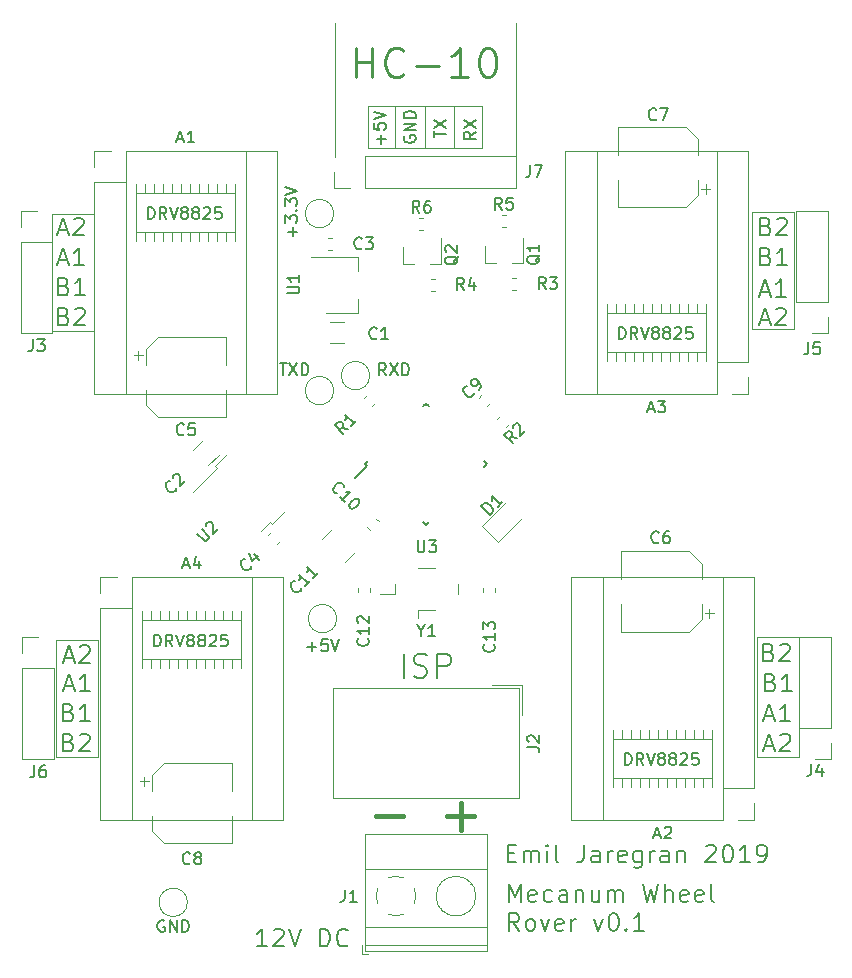
<source format=gbr>
G04 #@! TF.GenerationSoftware,KiCad,Pcbnew,5.1.4+dfsg1-1*
G04 #@! TF.CreationDate,2019-10-01T15:35:31+02:00*
G04 #@! TF.ProjectId,rover-pcb,726f7665-722d-4706-9362-2e6b69636164,1*
G04 #@! TF.SameCoordinates,Original*
G04 #@! TF.FileFunction,Legend,Top*
G04 #@! TF.FilePolarity,Positive*
%FSLAX46Y46*%
G04 Gerber Fmt 4.6, Leading zero omitted, Abs format (unit mm)*
G04 Created by KiCad (PCBNEW 5.1.4+dfsg1-1) date 2019-10-01 15:35:31*
%MOMM*%
%LPD*%
G04 APERTURE LIST*
%ADD10C,0.200000*%
%ADD11C,0.120000*%
%ADD12C,0.250000*%
%ADD13C,0.150000*%
%ADD14C,0.400000*%
G04 APERTURE END LIST*
D10*
X164163619Y-113172761D02*
X164163619Y-111172761D01*
X165020761Y-113077523D02*
X165306476Y-113172761D01*
X165782666Y-113172761D01*
X165973142Y-113077523D01*
X166068380Y-112982285D01*
X166163619Y-112791809D01*
X166163619Y-112601333D01*
X166068380Y-112410857D01*
X165973142Y-112315619D01*
X165782666Y-112220380D01*
X165401714Y-112125142D01*
X165211238Y-112029904D01*
X165116000Y-111934666D01*
X165020761Y-111744190D01*
X165020761Y-111553714D01*
X165116000Y-111363238D01*
X165211238Y-111268000D01*
X165401714Y-111172761D01*
X165877904Y-111172761D01*
X166163619Y-111268000D01*
X167020761Y-113172761D02*
X167020761Y-111172761D01*
X167782666Y-111172761D01*
X167973142Y-111268000D01*
X168068380Y-111363238D01*
X168163619Y-111553714D01*
X168163619Y-111839428D01*
X168068380Y-112029904D01*
X167973142Y-112125142D01*
X167782666Y-112220380D01*
X167020761Y-112220380D01*
D11*
X158369000Y-69088000D02*
X158369000Y-57785000D01*
X173669000Y-69028000D02*
X173672500Y-57785000D01*
D12*
X160096142Y-62344952D02*
X160096142Y-59844952D01*
X160096142Y-61035428D02*
X161524714Y-61035428D01*
X161524714Y-62344952D02*
X161524714Y-59844952D01*
X164143761Y-62106857D02*
X164024714Y-62225904D01*
X163667571Y-62344952D01*
X163429476Y-62344952D01*
X163072333Y-62225904D01*
X162834238Y-61987809D01*
X162715190Y-61749714D01*
X162596142Y-61273523D01*
X162596142Y-60916380D01*
X162715190Y-60440190D01*
X162834238Y-60202095D01*
X163072333Y-59964000D01*
X163429476Y-59844952D01*
X163667571Y-59844952D01*
X164024714Y-59964000D01*
X164143761Y-60083047D01*
X165215190Y-61392571D02*
X167119952Y-61392571D01*
X169619952Y-62344952D02*
X168191380Y-62344952D01*
X168905666Y-62344952D02*
X168905666Y-59844952D01*
X168667571Y-60202095D01*
X168429476Y-60440190D01*
X168191380Y-60559238D01*
X171167571Y-59844952D02*
X171405666Y-59844952D01*
X171643761Y-59964000D01*
X171762809Y-60083047D01*
X171881857Y-60321142D01*
X172000904Y-60797333D01*
X172000904Y-61392571D01*
X171881857Y-61868761D01*
X171762809Y-62106857D01*
X171643761Y-62225904D01*
X171405666Y-62344952D01*
X171167571Y-62344952D01*
X170929476Y-62225904D01*
X170810428Y-62106857D01*
X170691380Y-61868761D01*
X170572333Y-61392571D01*
X170572333Y-60797333D01*
X170691380Y-60321142D01*
X170810428Y-60083047D01*
X170929476Y-59964000D01*
X171167571Y-59844952D01*
D11*
X168402000Y-68326000D02*
X168402000Y-64770000D01*
X165989000Y-64770000D02*
X165989000Y-68326000D01*
X163449000Y-68326000D02*
X163449000Y-64770000D01*
X161163000Y-68326000D02*
X161417000Y-68326000D01*
X161163000Y-64770000D02*
X161163000Y-68326000D01*
X170815000Y-64770000D02*
X161163000Y-64770000D01*
X170815000Y-68326000D02*
X170815000Y-64770000D01*
X161290000Y-68326000D02*
X170815000Y-68326000D01*
D13*
X162250428Y-67960714D02*
X162250428Y-67198809D01*
X162631380Y-67579761D02*
X161869476Y-67579761D01*
X161631380Y-66246428D02*
X161631380Y-66722619D01*
X162107571Y-66770238D01*
X162059952Y-66722619D01*
X162012333Y-66627380D01*
X162012333Y-66389285D01*
X162059952Y-66294047D01*
X162107571Y-66246428D01*
X162202809Y-66198809D01*
X162440904Y-66198809D01*
X162536142Y-66246428D01*
X162583761Y-66294047D01*
X162631380Y-66389285D01*
X162631380Y-66627380D01*
X162583761Y-66722619D01*
X162536142Y-66770238D01*
X161631380Y-65913095D02*
X162631380Y-65579761D01*
X161631380Y-65246428D01*
X164219000Y-67309904D02*
X164171380Y-67405142D01*
X164171380Y-67548000D01*
X164219000Y-67690857D01*
X164314238Y-67786095D01*
X164409476Y-67833714D01*
X164599952Y-67881333D01*
X164742809Y-67881333D01*
X164933285Y-67833714D01*
X165028523Y-67786095D01*
X165123761Y-67690857D01*
X165171380Y-67548000D01*
X165171380Y-67452761D01*
X165123761Y-67309904D01*
X165076142Y-67262285D01*
X164742809Y-67262285D01*
X164742809Y-67452761D01*
X165171380Y-66833714D02*
X164171380Y-66833714D01*
X165171380Y-66262285D01*
X164171380Y-66262285D01*
X165171380Y-65786095D02*
X164171380Y-65786095D01*
X164171380Y-65548000D01*
X164219000Y-65405142D01*
X164314238Y-65309904D01*
X164409476Y-65262285D01*
X164599952Y-65214666D01*
X164742809Y-65214666D01*
X164933285Y-65262285D01*
X165028523Y-65309904D01*
X165123761Y-65405142D01*
X165171380Y-65548000D01*
X165171380Y-65786095D01*
X166711380Y-67436904D02*
X166711380Y-66865476D01*
X167711380Y-67151190D02*
X166711380Y-67151190D01*
X166711380Y-66627380D02*
X167711380Y-65960714D01*
X166711380Y-65960714D02*
X167711380Y-66627380D01*
X170251380Y-66968666D02*
X169775190Y-67302000D01*
X170251380Y-67540095D02*
X169251380Y-67540095D01*
X169251380Y-67159142D01*
X169299000Y-67063904D01*
X169346619Y-67016285D01*
X169441857Y-66968666D01*
X169584714Y-66968666D01*
X169679952Y-67016285D01*
X169727571Y-67063904D01*
X169775190Y-67159142D01*
X169775190Y-67540095D01*
X169251380Y-66635333D02*
X170251380Y-65968666D01*
X169251380Y-65968666D02*
X170251380Y-66635333D01*
D10*
X152575000Y-135933571D02*
X151717857Y-135933571D01*
X152146428Y-135933571D02*
X152146428Y-134433571D01*
X152003571Y-134647857D01*
X151860714Y-134790714D01*
X151717857Y-134862142D01*
X153146428Y-134576428D02*
X153217857Y-134505000D01*
X153360714Y-134433571D01*
X153717857Y-134433571D01*
X153860714Y-134505000D01*
X153932142Y-134576428D01*
X154003571Y-134719285D01*
X154003571Y-134862142D01*
X153932142Y-135076428D01*
X153075000Y-135933571D01*
X154003571Y-135933571D01*
X154432142Y-134433571D02*
X154932142Y-135933571D01*
X155432142Y-134433571D01*
X157075000Y-135933571D02*
X157075000Y-134433571D01*
X157432142Y-134433571D01*
X157646428Y-134505000D01*
X157789285Y-134647857D01*
X157860714Y-134790714D01*
X157932142Y-135076428D01*
X157932142Y-135290714D01*
X157860714Y-135576428D01*
X157789285Y-135719285D01*
X157646428Y-135862142D01*
X157432142Y-135933571D01*
X157075000Y-135933571D01*
X159432142Y-135790714D02*
X159360714Y-135862142D01*
X159146428Y-135933571D01*
X159003571Y-135933571D01*
X158789285Y-135862142D01*
X158646428Y-135719285D01*
X158575000Y-135576428D01*
X158503571Y-135290714D01*
X158503571Y-135076428D01*
X158575000Y-134790714D01*
X158646428Y-134647857D01*
X158789285Y-134505000D01*
X159003571Y-134433571D01*
X159146428Y-134433571D01*
X159360714Y-134505000D01*
X159432142Y-134576428D01*
D14*
X161846142Y-124928285D02*
X164131857Y-124928285D01*
X167846142Y-124928285D02*
X170131857Y-124928285D01*
X168989000Y-126071142D02*
X168989000Y-123785428D01*
D11*
X134747000Y-109982000D02*
X134747000Y-119888000D01*
D13*
X135453571Y-111502000D02*
X136167857Y-111502000D01*
X135310714Y-111930571D02*
X135810714Y-110430571D01*
X136310714Y-111930571D01*
X136739285Y-110573428D02*
X136810714Y-110502000D01*
X136953571Y-110430571D01*
X137310714Y-110430571D01*
X137453571Y-110502000D01*
X137525000Y-110573428D01*
X137596428Y-110716285D01*
X137596428Y-110859142D01*
X137525000Y-111073428D01*
X136667857Y-111930571D01*
X137596428Y-111930571D01*
D11*
X138303000Y-119888000D02*
X138303000Y-109982000D01*
D13*
X135790857Y-116097857D02*
X136005142Y-116169285D01*
X136076571Y-116240714D01*
X136148000Y-116383571D01*
X136148000Y-116597857D01*
X136076571Y-116740714D01*
X136005142Y-116812142D01*
X135862285Y-116883571D01*
X135290857Y-116883571D01*
X135290857Y-115383571D01*
X135790857Y-115383571D01*
X135933714Y-115455000D01*
X136005142Y-115526428D01*
X136076571Y-115669285D01*
X136076571Y-115812142D01*
X136005142Y-115955000D01*
X135933714Y-116026428D01*
X135790857Y-116097857D01*
X135290857Y-116097857D01*
X137576571Y-116883571D02*
X136719428Y-116883571D01*
X137148000Y-116883571D02*
X137148000Y-115383571D01*
X137005142Y-115597857D01*
X136862285Y-115740714D01*
X136719428Y-115812142D01*
D11*
X134747000Y-119888000D02*
X138303000Y-119888000D01*
X138303000Y-109982000D02*
X134747000Y-109982000D01*
D13*
X135453571Y-113915000D02*
X136167857Y-113915000D01*
X135310714Y-114343571D02*
X135810714Y-112843571D01*
X136310714Y-114343571D01*
X137596428Y-114343571D02*
X136739285Y-114343571D01*
X137167857Y-114343571D02*
X137167857Y-112843571D01*
X137025000Y-113057857D01*
X136882142Y-113200714D01*
X136739285Y-113272142D01*
X135790857Y-118637857D02*
X136005142Y-118709285D01*
X136076571Y-118780714D01*
X136148000Y-118923571D01*
X136148000Y-119137857D01*
X136076571Y-119280714D01*
X136005142Y-119352142D01*
X135862285Y-119423571D01*
X135290857Y-119423571D01*
X135290857Y-117923571D01*
X135790857Y-117923571D01*
X135933714Y-117995000D01*
X136005142Y-118066428D01*
X136076571Y-118209285D01*
X136076571Y-118352142D01*
X136005142Y-118495000D01*
X135933714Y-118566428D01*
X135790857Y-118637857D01*
X135290857Y-118637857D01*
X136719428Y-118066428D02*
X136790857Y-117995000D01*
X136933714Y-117923571D01*
X137290857Y-117923571D01*
X137433714Y-117995000D01*
X137505142Y-118066428D01*
X137576571Y-118209285D01*
X137576571Y-118352142D01*
X137505142Y-118566428D01*
X136648000Y-119423571D01*
X137576571Y-119423571D01*
D11*
X193675000Y-73787000D02*
X193675000Y-83693000D01*
D13*
X194381571Y-82927000D02*
X195095857Y-82927000D01*
X194238714Y-83355571D02*
X194738714Y-81855571D01*
X195238714Y-83355571D01*
X195667285Y-81998428D02*
X195738714Y-81927000D01*
X195881571Y-81855571D01*
X196238714Y-81855571D01*
X196381571Y-81927000D01*
X196453000Y-81998428D01*
X196524428Y-82141285D01*
X196524428Y-82284142D01*
X196453000Y-82498428D01*
X195595857Y-83355571D01*
X196524428Y-83355571D01*
D11*
X197231000Y-83693000D02*
X197231000Y-73787000D01*
D13*
X194845857Y-77489857D02*
X195060142Y-77561285D01*
X195131571Y-77632714D01*
X195203000Y-77775571D01*
X195203000Y-77989857D01*
X195131571Y-78132714D01*
X195060142Y-78204142D01*
X194917285Y-78275571D01*
X194345857Y-78275571D01*
X194345857Y-76775571D01*
X194845857Y-76775571D01*
X194988714Y-76847000D01*
X195060142Y-76918428D01*
X195131571Y-77061285D01*
X195131571Y-77204142D01*
X195060142Y-77347000D01*
X194988714Y-77418428D01*
X194845857Y-77489857D01*
X194345857Y-77489857D01*
X196631571Y-78275571D02*
X195774428Y-78275571D01*
X196203000Y-78275571D02*
X196203000Y-76775571D01*
X196060142Y-76989857D01*
X195917285Y-77132714D01*
X195774428Y-77204142D01*
D11*
X193675000Y-83693000D02*
X197231000Y-83693000D01*
X197231000Y-73787000D02*
X193675000Y-73787000D01*
D13*
X194381571Y-80514000D02*
X195095857Y-80514000D01*
X194238714Y-80942571D02*
X194738714Y-79442571D01*
X195238714Y-80942571D01*
X196524428Y-80942571D02*
X195667285Y-80942571D01*
X196095857Y-80942571D02*
X196095857Y-79442571D01*
X195953000Y-79656857D01*
X195810142Y-79799714D01*
X195667285Y-79871142D01*
X194845857Y-74949857D02*
X195060142Y-75021285D01*
X195131571Y-75092714D01*
X195203000Y-75235571D01*
X195203000Y-75449857D01*
X195131571Y-75592714D01*
X195060142Y-75664142D01*
X194917285Y-75735571D01*
X194345857Y-75735571D01*
X194345857Y-74235571D01*
X194845857Y-74235571D01*
X194988714Y-74307000D01*
X195060142Y-74378428D01*
X195131571Y-74521285D01*
X195131571Y-74664142D01*
X195060142Y-74807000D01*
X194988714Y-74878428D01*
X194845857Y-74949857D01*
X194345857Y-74949857D01*
X195774428Y-74378428D02*
X195845857Y-74307000D01*
X195988714Y-74235571D01*
X196345857Y-74235571D01*
X196488714Y-74307000D01*
X196560142Y-74378428D01*
X196631571Y-74521285D01*
X196631571Y-74664142D01*
X196560142Y-74878428D01*
X195703000Y-75735571D01*
X196631571Y-75735571D01*
D11*
X194056000Y-109728000D02*
X194056000Y-119888000D01*
D13*
X194762571Y-118995000D02*
X195476857Y-118995000D01*
X194619714Y-119423571D02*
X195119714Y-117923571D01*
X195619714Y-119423571D01*
X196048285Y-118066428D02*
X196119714Y-117995000D01*
X196262571Y-117923571D01*
X196619714Y-117923571D01*
X196762571Y-117995000D01*
X196834000Y-118066428D01*
X196905428Y-118209285D01*
X196905428Y-118352142D01*
X196834000Y-118566428D01*
X195976857Y-119423571D01*
X196905428Y-119423571D01*
D11*
X197612000Y-119888000D02*
X197612000Y-109728000D01*
D13*
X195226857Y-113557857D02*
X195441142Y-113629285D01*
X195512571Y-113700714D01*
X195584000Y-113843571D01*
X195584000Y-114057857D01*
X195512571Y-114200714D01*
X195441142Y-114272142D01*
X195298285Y-114343571D01*
X194726857Y-114343571D01*
X194726857Y-112843571D01*
X195226857Y-112843571D01*
X195369714Y-112915000D01*
X195441142Y-112986428D01*
X195512571Y-113129285D01*
X195512571Y-113272142D01*
X195441142Y-113415000D01*
X195369714Y-113486428D01*
X195226857Y-113557857D01*
X194726857Y-113557857D01*
X197012571Y-114343571D02*
X196155428Y-114343571D01*
X196584000Y-114343571D02*
X196584000Y-112843571D01*
X196441142Y-113057857D01*
X196298285Y-113200714D01*
X196155428Y-113272142D01*
D11*
X194056000Y-119888000D02*
X197612000Y-119888000D01*
X197612000Y-109728000D02*
X194056000Y-109728000D01*
D13*
X194762571Y-116455000D02*
X195476857Y-116455000D01*
X194619714Y-116883571D02*
X195119714Y-115383571D01*
X195619714Y-116883571D01*
X196905428Y-116883571D02*
X196048285Y-116883571D01*
X196476857Y-116883571D02*
X196476857Y-115383571D01*
X196334000Y-115597857D01*
X196191142Y-115740714D01*
X196048285Y-115812142D01*
X195099857Y-111017857D02*
X195314142Y-111089285D01*
X195385571Y-111160714D01*
X195457000Y-111303571D01*
X195457000Y-111517857D01*
X195385571Y-111660714D01*
X195314142Y-111732142D01*
X195171285Y-111803571D01*
X194599857Y-111803571D01*
X194599857Y-110303571D01*
X195099857Y-110303571D01*
X195242714Y-110375000D01*
X195314142Y-110446428D01*
X195385571Y-110589285D01*
X195385571Y-110732142D01*
X195314142Y-110875000D01*
X195242714Y-110946428D01*
X195099857Y-111017857D01*
X194599857Y-111017857D01*
X196028428Y-110446428D02*
X196099857Y-110375000D01*
X196242714Y-110303571D01*
X196599857Y-110303571D01*
X196742714Y-110375000D01*
X196814142Y-110446428D01*
X196885571Y-110589285D01*
X196885571Y-110732142D01*
X196814142Y-110946428D01*
X195957000Y-111803571D01*
X196885571Y-111803571D01*
D11*
X137922000Y-73914000D02*
X134366000Y-73914000D01*
X137922000Y-83820000D02*
X137922000Y-73914000D01*
X134366000Y-83820000D02*
X137922000Y-83820000D01*
X134366000Y-73914000D02*
X134366000Y-83820000D01*
D13*
X134945571Y-75307000D02*
X135659857Y-75307000D01*
X134802714Y-75735571D02*
X135302714Y-74235571D01*
X135802714Y-75735571D01*
X136231285Y-74378428D02*
X136302714Y-74307000D01*
X136445571Y-74235571D01*
X136802714Y-74235571D01*
X136945571Y-74307000D01*
X137017000Y-74378428D01*
X137088428Y-74521285D01*
X137088428Y-74664142D01*
X137017000Y-74878428D01*
X136159857Y-75735571D01*
X137088428Y-75735571D01*
X135409857Y-82569857D02*
X135624142Y-82641285D01*
X135695571Y-82712714D01*
X135767000Y-82855571D01*
X135767000Y-83069857D01*
X135695571Y-83212714D01*
X135624142Y-83284142D01*
X135481285Y-83355571D01*
X134909857Y-83355571D01*
X134909857Y-81855571D01*
X135409857Y-81855571D01*
X135552714Y-81927000D01*
X135624142Y-81998428D01*
X135695571Y-82141285D01*
X135695571Y-82284142D01*
X135624142Y-82427000D01*
X135552714Y-82498428D01*
X135409857Y-82569857D01*
X134909857Y-82569857D01*
X136338428Y-81998428D02*
X136409857Y-81927000D01*
X136552714Y-81855571D01*
X136909857Y-81855571D01*
X137052714Y-81927000D01*
X137124142Y-81998428D01*
X137195571Y-82141285D01*
X137195571Y-82284142D01*
X137124142Y-82498428D01*
X136267000Y-83355571D01*
X137195571Y-83355571D01*
X135409857Y-80029857D02*
X135624142Y-80101285D01*
X135695571Y-80172714D01*
X135767000Y-80315571D01*
X135767000Y-80529857D01*
X135695571Y-80672714D01*
X135624142Y-80744142D01*
X135481285Y-80815571D01*
X134909857Y-80815571D01*
X134909857Y-79315571D01*
X135409857Y-79315571D01*
X135552714Y-79387000D01*
X135624142Y-79458428D01*
X135695571Y-79601285D01*
X135695571Y-79744142D01*
X135624142Y-79887000D01*
X135552714Y-79958428D01*
X135409857Y-80029857D01*
X134909857Y-80029857D01*
X137195571Y-80815571D02*
X136338428Y-80815571D01*
X136767000Y-80815571D02*
X136767000Y-79315571D01*
X136624142Y-79529857D01*
X136481285Y-79672714D01*
X136338428Y-79744142D01*
X134945571Y-77847000D02*
X135659857Y-77847000D01*
X134802714Y-78275571D02*
X135302714Y-76775571D01*
X135802714Y-78275571D01*
X137088428Y-78275571D02*
X136231285Y-78275571D01*
X136659857Y-78275571D02*
X136659857Y-76775571D01*
X136517000Y-76989857D01*
X136374142Y-77132714D01*
X136231285Y-77204142D01*
D10*
X173080142Y-132168571D02*
X173080142Y-130668571D01*
X173580142Y-131740000D01*
X174080142Y-130668571D01*
X174080142Y-132168571D01*
X175365857Y-132097142D02*
X175223000Y-132168571D01*
X174937285Y-132168571D01*
X174794428Y-132097142D01*
X174723000Y-131954285D01*
X174723000Y-131382857D01*
X174794428Y-131240000D01*
X174937285Y-131168571D01*
X175223000Y-131168571D01*
X175365857Y-131240000D01*
X175437285Y-131382857D01*
X175437285Y-131525714D01*
X174723000Y-131668571D01*
X176723000Y-132097142D02*
X176580142Y-132168571D01*
X176294428Y-132168571D01*
X176151571Y-132097142D01*
X176080142Y-132025714D01*
X176008714Y-131882857D01*
X176008714Y-131454285D01*
X176080142Y-131311428D01*
X176151571Y-131240000D01*
X176294428Y-131168571D01*
X176580142Y-131168571D01*
X176723000Y-131240000D01*
X178008714Y-132168571D02*
X178008714Y-131382857D01*
X177937285Y-131240000D01*
X177794428Y-131168571D01*
X177508714Y-131168571D01*
X177365857Y-131240000D01*
X178008714Y-132097142D02*
X177865857Y-132168571D01*
X177508714Y-132168571D01*
X177365857Y-132097142D01*
X177294428Y-131954285D01*
X177294428Y-131811428D01*
X177365857Y-131668571D01*
X177508714Y-131597142D01*
X177865857Y-131597142D01*
X178008714Y-131525714D01*
X178723000Y-131168571D02*
X178723000Y-132168571D01*
X178723000Y-131311428D02*
X178794428Y-131240000D01*
X178937285Y-131168571D01*
X179151571Y-131168571D01*
X179294428Y-131240000D01*
X179365857Y-131382857D01*
X179365857Y-132168571D01*
X180723000Y-131168571D02*
X180723000Y-132168571D01*
X180080142Y-131168571D02*
X180080142Y-131954285D01*
X180151571Y-132097142D01*
X180294428Y-132168571D01*
X180508714Y-132168571D01*
X180651571Y-132097142D01*
X180723000Y-132025714D01*
X181437285Y-132168571D02*
X181437285Y-131168571D01*
X181437285Y-131311428D02*
X181508714Y-131240000D01*
X181651571Y-131168571D01*
X181865857Y-131168571D01*
X182008714Y-131240000D01*
X182080142Y-131382857D01*
X182080142Y-132168571D01*
X182080142Y-131382857D02*
X182151571Y-131240000D01*
X182294428Y-131168571D01*
X182508714Y-131168571D01*
X182651571Y-131240000D01*
X182723000Y-131382857D01*
X182723000Y-132168571D01*
X184437285Y-130668571D02*
X184794428Y-132168571D01*
X185080142Y-131097142D01*
X185365857Y-132168571D01*
X185723000Y-130668571D01*
X186294428Y-132168571D02*
X186294428Y-130668571D01*
X186937285Y-132168571D02*
X186937285Y-131382857D01*
X186865857Y-131240000D01*
X186723000Y-131168571D01*
X186508714Y-131168571D01*
X186365857Y-131240000D01*
X186294428Y-131311428D01*
X188223000Y-132097142D02*
X188080142Y-132168571D01*
X187794428Y-132168571D01*
X187651571Y-132097142D01*
X187580142Y-131954285D01*
X187580142Y-131382857D01*
X187651571Y-131240000D01*
X187794428Y-131168571D01*
X188080142Y-131168571D01*
X188223000Y-131240000D01*
X188294428Y-131382857D01*
X188294428Y-131525714D01*
X187580142Y-131668571D01*
X189508714Y-132097142D02*
X189365857Y-132168571D01*
X189080142Y-132168571D01*
X188937285Y-132097142D01*
X188865857Y-131954285D01*
X188865857Y-131382857D01*
X188937285Y-131240000D01*
X189080142Y-131168571D01*
X189365857Y-131168571D01*
X189508714Y-131240000D01*
X189580142Y-131382857D01*
X189580142Y-131525714D01*
X188865857Y-131668571D01*
X190437285Y-132168571D02*
X190294428Y-132097142D01*
X190223000Y-131954285D01*
X190223000Y-130668571D01*
X173937285Y-134618571D02*
X173437285Y-133904285D01*
X173080142Y-134618571D02*
X173080142Y-133118571D01*
X173651571Y-133118571D01*
X173794428Y-133190000D01*
X173865857Y-133261428D01*
X173937285Y-133404285D01*
X173937285Y-133618571D01*
X173865857Y-133761428D01*
X173794428Y-133832857D01*
X173651571Y-133904285D01*
X173080142Y-133904285D01*
X174794428Y-134618571D02*
X174651571Y-134547142D01*
X174580142Y-134475714D01*
X174508714Y-134332857D01*
X174508714Y-133904285D01*
X174580142Y-133761428D01*
X174651571Y-133690000D01*
X174794428Y-133618571D01*
X175008714Y-133618571D01*
X175151571Y-133690000D01*
X175223000Y-133761428D01*
X175294428Y-133904285D01*
X175294428Y-134332857D01*
X175223000Y-134475714D01*
X175151571Y-134547142D01*
X175008714Y-134618571D01*
X174794428Y-134618571D01*
X175794428Y-133618571D02*
X176151571Y-134618571D01*
X176508714Y-133618571D01*
X177651571Y-134547142D02*
X177508714Y-134618571D01*
X177223000Y-134618571D01*
X177080142Y-134547142D01*
X177008714Y-134404285D01*
X177008714Y-133832857D01*
X177080142Y-133690000D01*
X177223000Y-133618571D01*
X177508714Y-133618571D01*
X177651571Y-133690000D01*
X177723000Y-133832857D01*
X177723000Y-133975714D01*
X177008714Y-134118571D01*
X178365857Y-134618571D02*
X178365857Y-133618571D01*
X178365857Y-133904285D02*
X178437285Y-133761428D01*
X178508714Y-133690000D01*
X178651571Y-133618571D01*
X178794428Y-133618571D01*
X180294428Y-133618571D02*
X180651571Y-134618571D01*
X181008714Y-133618571D01*
X181865857Y-133118571D02*
X182008714Y-133118571D01*
X182151571Y-133190000D01*
X182223000Y-133261428D01*
X182294428Y-133404285D01*
X182365857Y-133690000D01*
X182365857Y-134047142D01*
X182294428Y-134332857D01*
X182223000Y-134475714D01*
X182151571Y-134547142D01*
X182008714Y-134618571D01*
X181865857Y-134618571D01*
X181723000Y-134547142D01*
X181651571Y-134475714D01*
X181580142Y-134332857D01*
X181508714Y-134047142D01*
X181508714Y-133690000D01*
X181580142Y-133404285D01*
X181651571Y-133261428D01*
X181723000Y-133190000D01*
X181865857Y-133118571D01*
X183008714Y-134475714D02*
X183080142Y-134547142D01*
X183008714Y-134618571D01*
X182937285Y-134547142D01*
X183008714Y-134475714D01*
X183008714Y-134618571D01*
X184508714Y-134618571D02*
X183651571Y-134618571D01*
X184080142Y-134618571D02*
X184080142Y-133118571D01*
X183937285Y-133332857D01*
X183794428Y-133475714D01*
X183651571Y-133547142D01*
X172967428Y-128035857D02*
X173467428Y-128035857D01*
X173681714Y-128821571D02*
X172967428Y-128821571D01*
X172967428Y-127321571D01*
X173681714Y-127321571D01*
X174324571Y-128821571D02*
X174324571Y-127821571D01*
X174324571Y-127964428D02*
X174396000Y-127893000D01*
X174538857Y-127821571D01*
X174753142Y-127821571D01*
X174896000Y-127893000D01*
X174967428Y-128035857D01*
X174967428Y-128821571D01*
X174967428Y-128035857D02*
X175038857Y-127893000D01*
X175181714Y-127821571D01*
X175396000Y-127821571D01*
X175538857Y-127893000D01*
X175610285Y-128035857D01*
X175610285Y-128821571D01*
X176324571Y-128821571D02*
X176324571Y-127821571D01*
X176324571Y-127321571D02*
X176253142Y-127393000D01*
X176324571Y-127464428D01*
X176396000Y-127393000D01*
X176324571Y-127321571D01*
X176324571Y-127464428D01*
X177253142Y-128821571D02*
X177110285Y-128750142D01*
X177038857Y-128607285D01*
X177038857Y-127321571D01*
X179396000Y-127321571D02*
X179396000Y-128393000D01*
X179324571Y-128607285D01*
X179181714Y-128750142D01*
X178967428Y-128821571D01*
X178824571Y-128821571D01*
X180753142Y-128821571D02*
X180753142Y-128035857D01*
X180681714Y-127893000D01*
X180538857Y-127821571D01*
X180253142Y-127821571D01*
X180110285Y-127893000D01*
X180753142Y-128750142D02*
X180610285Y-128821571D01*
X180253142Y-128821571D01*
X180110285Y-128750142D01*
X180038857Y-128607285D01*
X180038857Y-128464428D01*
X180110285Y-128321571D01*
X180253142Y-128250142D01*
X180610285Y-128250142D01*
X180753142Y-128178714D01*
X181467428Y-128821571D02*
X181467428Y-127821571D01*
X181467428Y-128107285D02*
X181538857Y-127964428D01*
X181610285Y-127893000D01*
X181753142Y-127821571D01*
X181896000Y-127821571D01*
X182967428Y-128750142D02*
X182824571Y-128821571D01*
X182538857Y-128821571D01*
X182396000Y-128750142D01*
X182324571Y-128607285D01*
X182324571Y-128035857D01*
X182396000Y-127893000D01*
X182538857Y-127821571D01*
X182824571Y-127821571D01*
X182967428Y-127893000D01*
X183038857Y-128035857D01*
X183038857Y-128178714D01*
X182324571Y-128321571D01*
X184324571Y-127821571D02*
X184324571Y-129035857D01*
X184253142Y-129178714D01*
X184181714Y-129250142D01*
X184038857Y-129321571D01*
X183824571Y-129321571D01*
X183681714Y-129250142D01*
X184324571Y-128750142D02*
X184181714Y-128821571D01*
X183896000Y-128821571D01*
X183753142Y-128750142D01*
X183681714Y-128678714D01*
X183610285Y-128535857D01*
X183610285Y-128107285D01*
X183681714Y-127964428D01*
X183753142Y-127893000D01*
X183896000Y-127821571D01*
X184181714Y-127821571D01*
X184324571Y-127893000D01*
X185038857Y-128821571D02*
X185038857Y-127821571D01*
X185038857Y-128107285D02*
X185110285Y-127964428D01*
X185181714Y-127893000D01*
X185324571Y-127821571D01*
X185467428Y-127821571D01*
X186610285Y-128821571D02*
X186610285Y-128035857D01*
X186538857Y-127893000D01*
X186396000Y-127821571D01*
X186110285Y-127821571D01*
X185967428Y-127893000D01*
X186610285Y-128750142D02*
X186467428Y-128821571D01*
X186110285Y-128821571D01*
X185967428Y-128750142D01*
X185896000Y-128607285D01*
X185896000Y-128464428D01*
X185967428Y-128321571D01*
X186110285Y-128250142D01*
X186467428Y-128250142D01*
X186610285Y-128178714D01*
X187324571Y-127821571D02*
X187324571Y-128821571D01*
X187324571Y-127964428D02*
X187396000Y-127893000D01*
X187538857Y-127821571D01*
X187753142Y-127821571D01*
X187896000Y-127893000D01*
X187967428Y-128035857D01*
X187967428Y-128821571D01*
X189753142Y-127464428D02*
X189824571Y-127393000D01*
X189967428Y-127321571D01*
X190324571Y-127321571D01*
X190467428Y-127393000D01*
X190538857Y-127464428D01*
X190610285Y-127607285D01*
X190610285Y-127750142D01*
X190538857Y-127964428D01*
X189681714Y-128821571D01*
X190610285Y-128821571D01*
X191538857Y-127321571D02*
X191681714Y-127321571D01*
X191824571Y-127393000D01*
X191896000Y-127464428D01*
X191967428Y-127607285D01*
X192038857Y-127893000D01*
X192038857Y-128250142D01*
X191967428Y-128535857D01*
X191896000Y-128678714D01*
X191824571Y-128750142D01*
X191681714Y-128821571D01*
X191538857Y-128821571D01*
X191396000Y-128750142D01*
X191324571Y-128678714D01*
X191253142Y-128535857D01*
X191181714Y-128250142D01*
X191181714Y-127893000D01*
X191253142Y-127607285D01*
X191324571Y-127464428D01*
X191396000Y-127393000D01*
X191538857Y-127321571D01*
X193467428Y-128821571D02*
X192610285Y-128821571D01*
X193038857Y-128821571D02*
X193038857Y-127321571D01*
X192896000Y-127535857D01*
X192753142Y-127678714D01*
X192610285Y-127750142D01*
X194181714Y-128821571D02*
X194467428Y-128821571D01*
X194610285Y-128750142D01*
X194681714Y-128678714D01*
X194824571Y-128464428D01*
X194896000Y-128178714D01*
X194896000Y-127607285D01*
X194824571Y-127464428D01*
X194753142Y-127393000D01*
X194610285Y-127321571D01*
X194324571Y-127321571D01*
X194181714Y-127393000D01*
X194110285Y-127464428D01*
X194038857Y-127607285D01*
X194038857Y-127964428D01*
X194110285Y-128107285D01*
X194181714Y-128178714D01*
X194324571Y-128250142D01*
X194610285Y-128250142D01*
X194753142Y-128178714D01*
X194824571Y-128107285D01*
X194896000Y-127964428D01*
D11*
X145351000Y-76177000D02*
X145351000Y-75415000D01*
X142303000Y-76177000D02*
X142303000Y-75415000D01*
X146113000Y-76177000D02*
X146113000Y-75415000D01*
X146113000Y-71351000D02*
X146113000Y-72113000D01*
X148399000Y-71351000D02*
X148399000Y-72113000D01*
X143827000Y-72113000D02*
X143827000Y-71351000D01*
X149923000Y-72113000D02*
X149923000Y-71351000D01*
D13*
X142509761Y-74343380D02*
X142509761Y-73343380D01*
X142747857Y-73343380D01*
X142890714Y-73391000D01*
X142985952Y-73486238D01*
X143033571Y-73581476D01*
X143081190Y-73771952D01*
X143081190Y-73914809D01*
X143033571Y-74105285D01*
X142985952Y-74200523D01*
X142890714Y-74295761D01*
X142747857Y-74343380D01*
X142509761Y-74343380D01*
X144081190Y-74343380D02*
X143747857Y-73867190D01*
X143509761Y-74343380D02*
X143509761Y-73343380D01*
X143890714Y-73343380D01*
X143985952Y-73391000D01*
X144033571Y-73438619D01*
X144081190Y-73533857D01*
X144081190Y-73676714D01*
X144033571Y-73771952D01*
X143985952Y-73819571D01*
X143890714Y-73867190D01*
X143509761Y-73867190D01*
X144366904Y-73343380D02*
X144700238Y-74343380D01*
X145033571Y-73343380D01*
X145509761Y-73771952D02*
X145414523Y-73724333D01*
X145366904Y-73676714D01*
X145319285Y-73581476D01*
X145319285Y-73533857D01*
X145366904Y-73438619D01*
X145414523Y-73391000D01*
X145509761Y-73343380D01*
X145700238Y-73343380D01*
X145795476Y-73391000D01*
X145843095Y-73438619D01*
X145890714Y-73533857D01*
X145890714Y-73581476D01*
X145843095Y-73676714D01*
X145795476Y-73724333D01*
X145700238Y-73771952D01*
X145509761Y-73771952D01*
X145414523Y-73819571D01*
X145366904Y-73867190D01*
X145319285Y-73962428D01*
X145319285Y-74152904D01*
X145366904Y-74248142D01*
X145414523Y-74295761D01*
X145509761Y-74343380D01*
X145700238Y-74343380D01*
X145795476Y-74295761D01*
X145843095Y-74248142D01*
X145890714Y-74152904D01*
X145890714Y-73962428D01*
X145843095Y-73867190D01*
X145795476Y-73819571D01*
X145700238Y-73771952D01*
X146462142Y-73771952D02*
X146366904Y-73724333D01*
X146319285Y-73676714D01*
X146271666Y-73581476D01*
X146271666Y-73533857D01*
X146319285Y-73438619D01*
X146366904Y-73391000D01*
X146462142Y-73343380D01*
X146652619Y-73343380D01*
X146747857Y-73391000D01*
X146795476Y-73438619D01*
X146843095Y-73533857D01*
X146843095Y-73581476D01*
X146795476Y-73676714D01*
X146747857Y-73724333D01*
X146652619Y-73771952D01*
X146462142Y-73771952D01*
X146366904Y-73819571D01*
X146319285Y-73867190D01*
X146271666Y-73962428D01*
X146271666Y-74152904D01*
X146319285Y-74248142D01*
X146366904Y-74295761D01*
X146462142Y-74343380D01*
X146652619Y-74343380D01*
X146747857Y-74295761D01*
X146795476Y-74248142D01*
X146843095Y-74152904D01*
X146843095Y-73962428D01*
X146795476Y-73867190D01*
X146747857Y-73819571D01*
X146652619Y-73771952D01*
X147224047Y-73438619D02*
X147271666Y-73391000D01*
X147366904Y-73343380D01*
X147605000Y-73343380D01*
X147700238Y-73391000D01*
X147747857Y-73438619D01*
X147795476Y-73533857D01*
X147795476Y-73629095D01*
X147747857Y-73771952D01*
X147176428Y-74343380D01*
X147795476Y-74343380D01*
X148700238Y-73343380D02*
X148224047Y-73343380D01*
X148176428Y-73819571D01*
X148224047Y-73771952D01*
X148319285Y-73724333D01*
X148557380Y-73724333D01*
X148652619Y-73771952D01*
X148700238Y-73819571D01*
X148747857Y-73914809D01*
X148747857Y-74152904D01*
X148700238Y-74248142D01*
X148652619Y-74295761D01*
X148557380Y-74343380D01*
X148319285Y-74343380D01*
X148224047Y-74295761D01*
X148176428Y-74248142D01*
D11*
X141541000Y-76177000D02*
X141541000Y-75415000D01*
X149923000Y-72113000D02*
X141541000Y-72113000D01*
X149161000Y-71351000D02*
X149161000Y-72113000D01*
X144589000Y-72113000D02*
X144589000Y-71351000D01*
X146875000Y-71351000D02*
X146875000Y-72113000D01*
X141541000Y-72113000D02*
X141541000Y-71351000D01*
X149923000Y-76177000D02*
X149923000Y-75415000D01*
X142303000Y-72113000D02*
X142303000Y-71351000D01*
X149161000Y-76177000D02*
X149161000Y-75415000D01*
X141541000Y-75415000D02*
X149923000Y-75415000D01*
X149923000Y-75415000D02*
X149923000Y-72113000D01*
X146875000Y-76177000D02*
X146875000Y-75415000D01*
X147637000Y-76177000D02*
X147637000Y-75415000D01*
X148399000Y-76177000D02*
X148399000Y-75415000D01*
X143827000Y-76177000D02*
X143827000Y-75415000D01*
X143065000Y-72113000D02*
X143065000Y-71351000D01*
X144589000Y-76177000D02*
X144589000Y-75415000D01*
X145351000Y-72113000D02*
X145351000Y-71351000D01*
X143065000Y-76177000D02*
X143065000Y-75415000D01*
X141541000Y-72113000D02*
X141541000Y-75415000D01*
X147637000Y-71351000D02*
X147637000Y-72113000D01*
X145097000Y-108308000D02*
X145097000Y-107546000D01*
X150431000Y-108308000D02*
X150431000Y-107546000D01*
X148145000Y-112372000D02*
X148145000Y-111610000D01*
X143573000Y-108308000D02*
X143573000Y-107546000D01*
X142049000Y-108308000D02*
X142049000Y-111610000D01*
X142049000Y-108308000D02*
X142049000Y-107546000D01*
X150431000Y-111610000D02*
X150431000Y-108308000D01*
X142811000Y-112372000D02*
X142811000Y-111610000D01*
X144335000Y-108308000D02*
X144335000Y-107546000D01*
X146621000Y-112372000D02*
X146621000Y-111610000D01*
X147383000Y-107546000D02*
X147383000Y-108308000D01*
X142049000Y-111610000D02*
X150431000Y-111610000D01*
X145859000Y-112372000D02*
X145859000Y-111610000D01*
X142811000Y-108308000D02*
X142811000Y-107546000D01*
X149669000Y-107546000D02*
X149669000Y-108308000D01*
X148145000Y-107546000D02*
X148145000Y-108308000D01*
X149669000Y-112372000D02*
X149669000Y-111610000D01*
X150431000Y-108308000D02*
X142049000Y-108308000D01*
X147383000Y-112372000D02*
X147383000Y-111610000D01*
X145097000Y-112372000D02*
X145097000Y-111610000D01*
X143573000Y-112372000D02*
X143573000Y-111610000D01*
X142049000Y-112372000D02*
X142049000Y-111610000D01*
X145859000Y-108308000D02*
X145859000Y-107546000D01*
X150431000Y-112372000D02*
X150431000Y-111610000D01*
X144335000Y-112372000D02*
X144335000Y-111610000D01*
X146621000Y-107546000D02*
X146621000Y-108308000D01*
X148907000Y-112372000D02*
X148907000Y-111610000D01*
X148907000Y-107546000D02*
X148907000Y-108308000D01*
D13*
X143017761Y-110538380D02*
X143017761Y-109538380D01*
X143255857Y-109538380D01*
X143398714Y-109586000D01*
X143493952Y-109681238D01*
X143541571Y-109776476D01*
X143589190Y-109966952D01*
X143589190Y-110109809D01*
X143541571Y-110300285D01*
X143493952Y-110395523D01*
X143398714Y-110490761D01*
X143255857Y-110538380D01*
X143017761Y-110538380D01*
X144589190Y-110538380D02*
X144255857Y-110062190D01*
X144017761Y-110538380D02*
X144017761Y-109538380D01*
X144398714Y-109538380D01*
X144493952Y-109586000D01*
X144541571Y-109633619D01*
X144589190Y-109728857D01*
X144589190Y-109871714D01*
X144541571Y-109966952D01*
X144493952Y-110014571D01*
X144398714Y-110062190D01*
X144017761Y-110062190D01*
X144874904Y-109538380D02*
X145208238Y-110538380D01*
X145541571Y-109538380D01*
X146017761Y-109966952D02*
X145922523Y-109919333D01*
X145874904Y-109871714D01*
X145827285Y-109776476D01*
X145827285Y-109728857D01*
X145874904Y-109633619D01*
X145922523Y-109586000D01*
X146017761Y-109538380D01*
X146208238Y-109538380D01*
X146303476Y-109586000D01*
X146351095Y-109633619D01*
X146398714Y-109728857D01*
X146398714Y-109776476D01*
X146351095Y-109871714D01*
X146303476Y-109919333D01*
X146208238Y-109966952D01*
X146017761Y-109966952D01*
X145922523Y-110014571D01*
X145874904Y-110062190D01*
X145827285Y-110157428D01*
X145827285Y-110347904D01*
X145874904Y-110443142D01*
X145922523Y-110490761D01*
X146017761Y-110538380D01*
X146208238Y-110538380D01*
X146303476Y-110490761D01*
X146351095Y-110443142D01*
X146398714Y-110347904D01*
X146398714Y-110157428D01*
X146351095Y-110062190D01*
X146303476Y-110014571D01*
X146208238Y-109966952D01*
X146970142Y-109966952D02*
X146874904Y-109919333D01*
X146827285Y-109871714D01*
X146779666Y-109776476D01*
X146779666Y-109728857D01*
X146827285Y-109633619D01*
X146874904Y-109586000D01*
X146970142Y-109538380D01*
X147160619Y-109538380D01*
X147255857Y-109586000D01*
X147303476Y-109633619D01*
X147351095Y-109728857D01*
X147351095Y-109776476D01*
X147303476Y-109871714D01*
X147255857Y-109919333D01*
X147160619Y-109966952D01*
X146970142Y-109966952D01*
X146874904Y-110014571D01*
X146827285Y-110062190D01*
X146779666Y-110157428D01*
X146779666Y-110347904D01*
X146827285Y-110443142D01*
X146874904Y-110490761D01*
X146970142Y-110538380D01*
X147160619Y-110538380D01*
X147255857Y-110490761D01*
X147303476Y-110443142D01*
X147351095Y-110347904D01*
X147351095Y-110157428D01*
X147303476Y-110062190D01*
X147255857Y-110014571D01*
X147160619Y-109966952D01*
X147732047Y-109633619D02*
X147779666Y-109586000D01*
X147874904Y-109538380D01*
X148113000Y-109538380D01*
X148208238Y-109586000D01*
X148255857Y-109633619D01*
X148303476Y-109728857D01*
X148303476Y-109824095D01*
X148255857Y-109966952D01*
X147684428Y-110538380D01*
X148303476Y-110538380D01*
X149208238Y-109538380D02*
X148732047Y-109538380D01*
X148684428Y-110014571D01*
X148732047Y-109966952D01*
X148827285Y-109919333D01*
X149065380Y-109919333D01*
X149160619Y-109966952D01*
X149208238Y-110014571D01*
X149255857Y-110109809D01*
X149255857Y-110347904D01*
X149208238Y-110443142D01*
X149160619Y-110490761D01*
X149065380Y-110538380D01*
X148827285Y-110538380D01*
X148732047Y-110490761D01*
X148684428Y-110443142D01*
D11*
X184467000Y-82273000D02*
X184467000Y-81511000D01*
X189801000Y-82273000D02*
X189801000Y-81511000D01*
X187515000Y-86337000D02*
X187515000Y-85575000D01*
X182943000Y-82273000D02*
X182943000Y-81511000D01*
X181419000Y-82273000D02*
X181419000Y-85575000D01*
X181419000Y-82273000D02*
X181419000Y-81511000D01*
X189801000Y-85575000D02*
X189801000Y-82273000D01*
X182181000Y-86337000D02*
X182181000Y-85575000D01*
X183705000Y-82273000D02*
X183705000Y-81511000D01*
X185991000Y-86337000D02*
X185991000Y-85575000D01*
X186753000Y-81511000D02*
X186753000Y-82273000D01*
X181419000Y-85575000D02*
X189801000Y-85575000D01*
X185229000Y-86337000D02*
X185229000Y-85575000D01*
X182181000Y-82273000D02*
X182181000Y-81511000D01*
X189039000Y-81511000D02*
X189039000Y-82273000D01*
X187515000Y-81511000D02*
X187515000Y-82273000D01*
X189039000Y-86337000D02*
X189039000Y-85575000D01*
X189801000Y-82273000D02*
X181419000Y-82273000D01*
X186753000Y-86337000D02*
X186753000Y-85575000D01*
X184467000Y-86337000D02*
X184467000Y-85575000D01*
X182943000Y-86337000D02*
X182943000Y-85575000D01*
X181419000Y-86337000D02*
X181419000Y-85575000D01*
X185229000Y-82273000D02*
X185229000Y-81511000D01*
X189801000Y-86337000D02*
X189801000Y-85575000D01*
X183705000Y-86337000D02*
X183705000Y-85575000D01*
X185991000Y-81511000D02*
X185991000Y-82273000D01*
X188277000Y-86337000D02*
X188277000Y-85575000D01*
X188277000Y-81511000D02*
X188277000Y-82273000D01*
D13*
X182387761Y-84503380D02*
X182387761Y-83503380D01*
X182625857Y-83503380D01*
X182768714Y-83551000D01*
X182863952Y-83646238D01*
X182911571Y-83741476D01*
X182959190Y-83931952D01*
X182959190Y-84074809D01*
X182911571Y-84265285D01*
X182863952Y-84360523D01*
X182768714Y-84455761D01*
X182625857Y-84503380D01*
X182387761Y-84503380D01*
X183959190Y-84503380D02*
X183625857Y-84027190D01*
X183387761Y-84503380D02*
X183387761Y-83503380D01*
X183768714Y-83503380D01*
X183863952Y-83551000D01*
X183911571Y-83598619D01*
X183959190Y-83693857D01*
X183959190Y-83836714D01*
X183911571Y-83931952D01*
X183863952Y-83979571D01*
X183768714Y-84027190D01*
X183387761Y-84027190D01*
X184244904Y-83503380D02*
X184578238Y-84503380D01*
X184911571Y-83503380D01*
X185387761Y-83931952D02*
X185292523Y-83884333D01*
X185244904Y-83836714D01*
X185197285Y-83741476D01*
X185197285Y-83693857D01*
X185244904Y-83598619D01*
X185292523Y-83551000D01*
X185387761Y-83503380D01*
X185578238Y-83503380D01*
X185673476Y-83551000D01*
X185721095Y-83598619D01*
X185768714Y-83693857D01*
X185768714Y-83741476D01*
X185721095Y-83836714D01*
X185673476Y-83884333D01*
X185578238Y-83931952D01*
X185387761Y-83931952D01*
X185292523Y-83979571D01*
X185244904Y-84027190D01*
X185197285Y-84122428D01*
X185197285Y-84312904D01*
X185244904Y-84408142D01*
X185292523Y-84455761D01*
X185387761Y-84503380D01*
X185578238Y-84503380D01*
X185673476Y-84455761D01*
X185721095Y-84408142D01*
X185768714Y-84312904D01*
X185768714Y-84122428D01*
X185721095Y-84027190D01*
X185673476Y-83979571D01*
X185578238Y-83931952D01*
X186340142Y-83931952D02*
X186244904Y-83884333D01*
X186197285Y-83836714D01*
X186149666Y-83741476D01*
X186149666Y-83693857D01*
X186197285Y-83598619D01*
X186244904Y-83551000D01*
X186340142Y-83503380D01*
X186530619Y-83503380D01*
X186625857Y-83551000D01*
X186673476Y-83598619D01*
X186721095Y-83693857D01*
X186721095Y-83741476D01*
X186673476Y-83836714D01*
X186625857Y-83884333D01*
X186530619Y-83931952D01*
X186340142Y-83931952D01*
X186244904Y-83979571D01*
X186197285Y-84027190D01*
X186149666Y-84122428D01*
X186149666Y-84312904D01*
X186197285Y-84408142D01*
X186244904Y-84455761D01*
X186340142Y-84503380D01*
X186530619Y-84503380D01*
X186625857Y-84455761D01*
X186673476Y-84408142D01*
X186721095Y-84312904D01*
X186721095Y-84122428D01*
X186673476Y-84027190D01*
X186625857Y-83979571D01*
X186530619Y-83931952D01*
X187102047Y-83598619D02*
X187149666Y-83551000D01*
X187244904Y-83503380D01*
X187483000Y-83503380D01*
X187578238Y-83551000D01*
X187625857Y-83598619D01*
X187673476Y-83693857D01*
X187673476Y-83789095D01*
X187625857Y-83931952D01*
X187054428Y-84503380D01*
X187673476Y-84503380D01*
X188578238Y-83503380D02*
X188102047Y-83503380D01*
X188054428Y-83979571D01*
X188102047Y-83931952D01*
X188197285Y-83884333D01*
X188435380Y-83884333D01*
X188530619Y-83931952D01*
X188578238Y-83979571D01*
X188625857Y-84074809D01*
X188625857Y-84312904D01*
X188578238Y-84408142D01*
X188530619Y-84455761D01*
X188435380Y-84503380D01*
X188197285Y-84503380D01*
X188102047Y-84455761D01*
X188054428Y-84408142D01*
D11*
X184975000Y-118341000D02*
X184975000Y-117579000D01*
X190309000Y-118341000D02*
X190309000Y-117579000D01*
X188023000Y-122405000D02*
X188023000Y-121643000D01*
X183451000Y-118341000D02*
X183451000Y-117579000D01*
X181927000Y-118341000D02*
X181927000Y-121643000D01*
X181927000Y-118341000D02*
X181927000Y-117579000D01*
X190309000Y-121643000D02*
X190309000Y-118341000D01*
X182689000Y-122405000D02*
X182689000Y-121643000D01*
X184213000Y-118341000D02*
X184213000Y-117579000D01*
X186499000Y-122405000D02*
X186499000Y-121643000D01*
X187261000Y-117579000D02*
X187261000Y-118341000D01*
X181927000Y-121643000D02*
X190309000Y-121643000D01*
X185737000Y-122405000D02*
X185737000Y-121643000D01*
X182689000Y-118341000D02*
X182689000Y-117579000D01*
X189547000Y-117579000D02*
X189547000Y-118341000D01*
X188023000Y-117579000D02*
X188023000Y-118341000D01*
X189547000Y-122405000D02*
X189547000Y-121643000D01*
X190309000Y-118341000D02*
X181927000Y-118341000D01*
X187261000Y-122405000D02*
X187261000Y-121643000D01*
X184975000Y-122405000D02*
X184975000Y-121643000D01*
X183451000Y-122405000D02*
X183451000Y-121643000D01*
X181927000Y-122405000D02*
X181927000Y-121643000D01*
X185737000Y-118341000D02*
X185737000Y-117579000D01*
X190309000Y-122405000D02*
X190309000Y-121643000D01*
X184213000Y-122405000D02*
X184213000Y-121643000D01*
X186499000Y-117579000D02*
X186499000Y-118341000D01*
X188785000Y-122405000D02*
X188785000Y-121643000D01*
X188785000Y-117579000D02*
X188785000Y-118341000D01*
D13*
X182895761Y-120571380D02*
X182895761Y-119571380D01*
X183133857Y-119571380D01*
X183276714Y-119619000D01*
X183371952Y-119714238D01*
X183419571Y-119809476D01*
X183467190Y-119999952D01*
X183467190Y-120142809D01*
X183419571Y-120333285D01*
X183371952Y-120428523D01*
X183276714Y-120523761D01*
X183133857Y-120571380D01*
X182895761Y-120571380D01*
X184467190Y-120571380D02*
X184133857Y-120095190D01*
X183895761Y-120571380D02*
X183895761Y-119571380D01*
X184276714Y-119571380D01*
X184371952Y-119619000D01*
X184419571Y-119666619D01*
X184467190Y-119761857D01*
X184467190Y-119904714D01*
X184419571Y-119999952D01*
X184371952Y-120047571D01*
X184276714Y-120095190D01*
X183895761Y-120095190D01*
X184752904Y-119571380D02*
X185086238Y-120571380D01*
X185419571Y-119571380D01*
X185895761Y-119999952D02*
X185800523Y-119952333D01*
X185752904Y-119904714D01*
X185705285Y-119809476D01*
X185705285Y-119761857D01*
X185752904Y-119666619D01*
X185800523Y-119619000D01*
X185895761Y-119571380D01*
X186086238Y-119571380D01*
X186181476Y-119619000D01*
X186229095Y-119666619D01*
X186276714Y-119761857D01*
X186276714Y-119809476D01*
X186229095Y-119904714D01*
X186181476Y-119952333D01*
X186086238Y-119999952D01*
X185895761Y-119999952D01*
X185800523Y-120047571D01*
X185752904Y-120095190D01*
X185705285Y-120190428D01*
X185705285Y-120380904D01*
X185752904Y-120476142D01*
X185800523Y-120523761D01*
X185895761Y-120571380D01*
X186086238Y-120571380D01*
X186181476Y-120523761D01*
X186229095Y-120476142D01*
X186276714Y-120380904D01*
X186276714Y-120190428D01*
X186229095Y-120095190D01*
X186181476Y-120047571D01*
X186086238Y-119999952D01*
X186848142Y-119999952D02*
X186752904Y-119952333D01*
X186705285Y-119904714D01*
X186657666Y-119809476D01*
X186657666Y-119761857D01*
X186705285Y-119666619D01*
X186752904Y-119619000D01*
X186848142Y-119571380D01*
X187038619Y-119571380D01*
X187133857Y-119619000D01*
X187181476Y-119666619D01*
X187229095Y-119761857D01*
X187229095Y-119809476D01*
X187181476Y-119904714D01*
X187133857Y-119952333D01*
X187038619Y-119999952D01*
X186848142Y-119999952D01*
X186752904Y-120047571D01*
X186705285Y-120095190D01*
X186657666Y-120190428D01*
X186657666Y-120380904D01*
X186705285Y-120476142D01*
X186752904Y-120523761D01*
X186848142Y-120571380D01*
X187038619Y-120571380D01*
X187133857Y-120523761D01*
X187181476Y-120476142D01*
X187229095Y-120380904D01*
X187229095Y-120190428D01*
X187181476Y-120095190D01*
X187133857Y-120047571D01*
X187038619Y-119999952D01*
X187610047Y-119666619D02*
X187657666Y-119619000D01*
X187752904Y-119571380D01*
X187991000Y-119571380D01*
X188086238Y-119619000D01*
X188133857Y-119666619D01*
X188181476Y-119761857D01*
X188181476Y-119857095D01*
X188133857Y-119999952D01*
X187562428Y-120571380D01*
X188181476Y-120571380D01*
X189086238Y-119571380D02*
X188610047Y-119571380D01*
X188562428Y-120047571D01*
X188610047Y-119999952D01*
X188705285Y-119952333D01*
X188943380Y-119952333D01*
X189038619Y-119999952D01*
X189086238Y-120047571D01*
X189133857Y-120142809D01*
X189133857Y-120380904D01*
X189086238Y-120476142D01*
X189038619Y-120523761D01*
X188943380Y-120571380D01*
X188705285Y-120571380D01*
X188610047Y-120523761D01*
X188562428Y-120476142D01*
D11*
X158309000Y-71688000D02*
X158309000Y-70358000D01*
X159639000Y-71688000D02*
X158309000Y-71688000D01*
X160909000Y-71688000D02*
X160909000Y-69028000D01*
X160909000Y-69028000D02*
X173669000Y-69028000D01*
X160909000Y-71688000D02*
X173669000Y-71688000D01*
X173669000Y-71688000D02*
X173669000Y-69028000D01*
X160308200Y-77532400D02*
X160308200Y-78732400D01*
X156308200Y-77532400D02*
X160308200Y-77532400D01*
X160308200Y-82332400D02*
X157608200Y-82332400D01*
X160308200Y-81132400D02*
X160308200Y-82332400D01*
X161283000Y-87607000D02*
G75*
G03X161283000Y-87607000I-1200000J0D01*
G01*
D13*
X161084575Y-95259099D02*
X160076948Y-96266726D01*
X166052000Y-89973476D02*
X165822190Y-90203286D01*
X171178524Y-95100000D02*
X170948714Y-95329810D01*
X166052000Y-100226524D02*
X166281810Y-99996714D01*
X160925476Y-95100000D02*
X161155286Y-94870190D01*
X166052000Y-100226524D02*
X165822190Y-99996714D01*
X171178524Y-95100000D02*
X170948714Y-94870190D01*
X166052000Y-89973476D02*
X166281810Y-90203286D01*
X160925476Y-95100000D02*
X161084575Y-95259099D01*
D11*
X145853000Y-132207000D02*
G75*
G03X145853000Y-132207000I-1200000J0D01*
G01*
X158235000Y-88877000D02*
G75*
G03X158235000Y-88877000I-1200000J0D01*
G01*
X158489000Y-108181000D02*
G75*
G03X158489000Y-108181000I-1200000J0D01*
G01*
X158235000Y-73891000D02*
G75*
G03X158235000Y-73891000I-1200000J0D01*
G01*
X165391000Y-107469000D02*
X165391000Y-108119000D01*
X166791000Y-107469000D02*
X165391000Y-107469000D01*
X165391000Y-103869000D02*
X166791000Y-103869000D01*
X168791000Y-105269000D02*
X168791000Y-106069000D01*
X163391000Y-106069000D02*
X163391000Y-105269000D01*
X162141000Y-106069000D02*
X163391000Y-106069000D01*
X152856188Y-99968336D02*
X152078370Y-100746154D01*
X153047107Y-100159255D02*
X152856188Y-99968336D01*
X154107767Y-99098595D02*
X153047107Y-100159255D01*
X148358989Y-95471137D02*
X146357876Y-97472249D01*
X148168070Y-95280218D02*
X148358989Y-95471137D01*
X149228730Y-94219558D02*
X148168070Y-95280218D01*
X165499733Y-75290000D02*
X165842267Y-75290000D01*
X165499733Y-74270000D02*
X165842267Y-74270000D01*
X172470733Y-75036000D02*
X172813267Y-75036000D01*
X172470733Y-74016000D02*
X172813267Y-74016000D01*
X166466733Y-80456500D02*
X166809267Y-80456500D01*
X166466733Y-79436500D02*
X166809267Y-79436500D01*
X173324733Y-80393000D02*
X173667267Y-80393000D01*
X173324733Y-79373000D02*
X173667267Y-79373000D01*
X172338980Y-90998771D02*
X172096771Y-91240980D01*
X173060229Y-91720020D02*
X172818020Y-91962229D01*
X161512738Y-90200511D02*
X161754947Y-89958302D01*
X160791489Y-89479262D02*
X161033698Y-89237053D01*
X164148000Y-78143000D02*
X164148000Y-76683000D01*
X167308000Y-78143000D02*
X167308000Y-75983000D01*
X167308000Y-78143000D02*
X166378000Y-78143000D01*
X164148000Y-78143000D02*
X165078000Y-78143000D01*
X171076000Y-78080000D02*
X171076000Y-76620000D01*
X174236000Y-78080000D02*
X174236000Y-75920000D01*
X174236000Y-78080000D02*
X173306000Y-78080000D01*
X171076000Y-78080000D02*
X172006000Y-78080000D01*
X131893000Y-109772000D02*
X133223000Y-109772000D01*
X131893000Y-111102000D02*
X131893000Y-109772000D01*
X131893000Y-112372000D02*
X134553000Y-112372000D01*
X134553000Y-112372000D02*
X134553000Y-120052000D01*
X131893000Y-112372000D02*
X131893000Y-120052000D01*
X131893000Y-120052000D02*
X134553000Y-120052000D01*
X200085000Y-83984000D02*
X198755000Y-83984000D01*
X200085000Y-82654000D02*
X200085000Y-83984000D01*
X200085000Y-81384000D02*
X197425000Y-81384000D01*
X197425000Y-81384000D02*
X197425000Y-73704000D01*
X200085000Y-81384000D02*
X200085000Y-73704000D01*
X200085000Y-73704000D02*
X197425000Y-73704000D01*
X200339000Y-120052000D02*
X199009000Y-120052000D01*
X200339000Y-118722000D02*
X200339000Y-120052000D01*
X200339000Y-117452000D02*
X197679000Y-117452000D01*
X197679000Y-117452000D02*
X197679000Y-109772000D01*
X200339000Y-117452000D02*
X200339000Y-109772000D01*
X200339000Y-109772000D02*
X197679000Y-109772000D01*
X160672000Y-136576000D02*
X161172000Y-136576000D01*
X160672000Y-135836000D02*
X160672000Y-136576000D01*
X167365000Y-132699000D02*
X167318000Y-132745000D01*
X169662000Y-130401000D02*
X169627000Y-130437000D01*
X167558000Y-132915000D02*
X167523000Y-132950000D01*
X169867000Y-130607000D02*
X169820000Y-130653000D01*
X171192000Y-126415000D02*
X171192000Y-136336000D01*
X160912000Y-126415000D02*
X160912000Y-136336000D01*
X160912000Y-136336000D02*
X171192000Y-136336000D01*
X160912000Y-126415000D02*
X171192000Y-126415000D01*
X160912000Y-129375000D02*
X171192000Y-129375000D01*
X160912000Y-134276000D02*
X171192000Y-134276000D01*
X160912000Y-135776000D02*
X171192000Y-135776000D01*
X170272000Y-131676000D02*
G75*
G03X170272000Y-131676000I-1680000J0D01*
G01*
X163540805Y-133356253D02*
G75*
G02X162828000Y-133211000I-28805J1680253D01*
G01*
X161976574Y-132359042D02*
G75*
G02X161977000Y-130992000I1535426J683042D01*
G01*
X162828958Y-130140574D02*
G75*
G02X164196000Y-130141000I683042J-1535426D01*
G01*
X165047426Y-130992958D02*
G75*
G02X165047000Y-132360000I-1535426J-683042D01*
G01*
X164195318Y-133210756D02*
G75*
G02X163512000Y-133356000I-683318J1534756D01*
G01*
X172183820Y-101692325D02*
X174206145Y-99670000D01*
X170826175Y-100334680D02*
X172183820Y-101692325D01*
X172848500Y-98312355D02*
X170826175Y-100334680D01*
X170876000Y-105582733D02*
X170876000Y-105925267D01*
X171896000Y-105582733D02*
X171896000Y-105925267D01*
X161355000Y-105939267D02*
X161355000Y-105596733D01*
X160335000Y-105939267D02*
X160335000Y-105596733D01*
X158114237Y-100606432D02*
X157262790Y-101457879D01*
X160037568Y-102529763D02*
X159186121Y-103381210D01*
X161078053Y-100435802D02*
X161320262Y-100678011D01*
X161799302Y-99714553D02*
X162041511Y-99956762D01*
X171228238Y-90200511D02*
X171470447Y-89958302D01*
X170506989Y-89479262D02*
X170749198Y-89237053D01*
X142196250Y-121560750D02*
X142196250Y-122348250D01*
X141802500Y-121954500D02*
X142590000Y-121954500D01*
X142830000Y-126147563D02*
X143894437Y-127212000D01*
X142830000Y-121456437D02*
X143894437Y-120392000D01*
X142830000Y-121456437D02*
X142830000Y-122742000D01*
X142830000Y-126147563D02*
X142830000Y-124862000D01*
X143894437Y-127212000D02*
X149650000Y-127212000D01*
X143894437Y-120392000D02*
X149650000Y-120392000D01*
X149650000Y-120392000D02*
X149650000Y-122742000D01*
X149650000Y-127212000D02*
X149650000Y-124862000D01*
X189747750Y-72195250D02*
X189747750Y-71407750D01*
X190141500Y-71801500D02*
X189354000Y-71801500D01*
X189114000Y-67608437D02*
X188049563Y-66544000D01*
X189114000Y-72299563D02*
X188049563Y-73364000D01*
X189114000Y-72299563D02*
X189114000Y-71014000D01*
X189114000Y-67608437D02*
X189114000Y-68894000D01*
X188049563Y-66544000D02*
X182294000Y-66544000D01*
X188049563Y-73364000D02*
X182294000Y-73364000D01*
X182294000Y-73364000D02*
X182294000Y-71014000D01*
X182294000Y-66544000D02*
X182294000Y-68894000D01*
X141688250Y-85492750D02*
X141688250Y-86280250D01*
X141294500Y-85886500D02*
X142082000Y-85886500D01*
X142322000Y-90079563D02*
X143386437Y-91144000D01*
X142322000Y-85388437D02*
X143386437Y-84324000D01*
X142322000Y-85388437D02*
X142322000Y-86674000D01*
X142322000Y-90079563D02*
X142322000Y-88794000D01*
X143386437Y-91144000D02*
X149142000Y-91144000D01*
X143386437Y-84324000D02*
X149142000Y-84324000D01*
X149142000Y-84324000D02*
X149142000Y-86674000D01*
X149142000Y-91144000D02*
X149142000Y-88794000D01*
X153417302Y-101851947D02*
X153659511Y-101609738D01*
X152696053Y-101130698D02*
X152938262Y-100888489D01*
X157792133Y-76941000D02*
X158134667Y-76941000D01*
X157792133Y-75921000D02*
X158134667Y-75921000D01*
X147636565Y-95180870D02*
X148488012Y-94329423D01*
X146349630Y-93893935D02*
X147201077Y-93042488D01*
X157920436Y-84859400D02*
X159124564Y-84859400D01*
X157920436Y-83039400D02*
X159124564Y-83039400D01*
X153990000Y-104622000D02*
X141160000Y-104622000D01*
X153990000Y-125202000D02*
X153990000Y-104622000D01*
X138490000Y-125202000D02*
X153990000Y-125202000D01*
X138490000Y-107292000D02*
X138490000Y-125202000D01*
X141160000Y-107292000D02*
X138490000Y-107292000D01*
X141160000Y-104622000D02*
X141160000Y-107292000D01*
X138490000Y-104622000D02*
X138490000Y-106022000D01*
X139890000Y-104622000D02*
X138490000Y-104622000D01*
X141160000Y-107292000D02*
X141160000Y-125202000D01*
X151320000Y-104622000D02*
X151320000Y-125202000D01*
X190034750Y-108136250D02*
X190034750Y-107348750D01*
X190428500Y-107742500D02*
X189641000Y-107742500D01*
X189401000Y-103549437D02*
X188336563Y-102485000D01*
X189401000Y-108240563D02*
X188336563Y-109305000D01*
X189401000Y-108240563D02*
X189401000Y-106955000D01*
X189401000Y-103549437D02*
X189401000Y-104835000D01*
X188336563Y-102485000D02*
X182581000Y-102485000D01*
X188336563Y-109305000D02*
X182581000Y-109305000D01*
X182581000Y-109305000D02*
X182581000Y-106955000D01*
X182581000Y-102485000D02*
X182581000Y-104835000D01*
X131766000Y-73704000D02*
X133096000Y-73704000D01*
X131766000Y-75034000D02*
X131766000Y-73704000D01*
X131766000Y-76304000D02*
X134426000Y-76304000D01*
X134426000Y-76304000D02*
X134426000Y-83984000D01*
X131766000Y-76304000D02*
X131766000Y-83984000D01*
X131766000Y-83984000D02*
X134426000Y-83984000D01*
X174192000Y-113797000D02*
X174192000Y-116337000D01*
X174192000Y-113797000D02*
X171652000Y-113797000D01*
X173942000Y-114047000D02*
X173942000Y-123397000D01*
X158162000Y-114047000D02*
X173942000Y-114047000D01*
X158162000Y-123397000D02*
X158162000Y-114047000D01*
X173942000Y-123397000D02*
X158162000Y-123397000D01*
X177860000Y-89134000D02*
X190690000Y-89134000D01*
X177860000Y-68554000D02*
X177860000Y-89134000D01*
X193360000Y-68554000D02*
X177860000Y-68554000D01*
X193360000Y-86464000D02*
X193360000Y-68554000D01*
X190690000Y-86464000D02*
X193360000Y-86464000D01*
X190690000Y-89134000D02*
X190690000Y-86464000D01*
X193360000Y-89134000D02*
X193360000Y-87734000D01*
X191960000Y-89134000D02*
X193360000Y-89134000D01*
X190690000Y-86464000D02*
X190690000Y-68554000D01*
X180530000Y-89134000D02*
X180530000Y-68554000D01*
X178368000Y-125202000D02*
X191198000Y-125202000D01*
X178368000Y-104622000D02*
X178368000Y-125202000D01*
X193868000Y-104622000D02*
X178368000Y-104622000D01*
X193868000Y-122532000D02*
X193868000Y-104622000D01*
X191198000Y-122532000D02*
X193868000Y-122532000D01*
X191198000Y-125202000D02*
X191198000Y-122532000D01*
X193868000Y-125202000D02*
X193868000Y-123802000D01*
X192468000Y-125202000D02*
X193868000Y-125202000D01*
X191198000Y-122532000D02*
X191198000Y-104622000D01*
X181038000Y-125202000D02*
X181038000Y-104622000D01*
X153482000Y-68554000D02*
X140652000Y-68554000D01*
X153482000Y-89134000D02*
X153482000Y-68554000D01*
X137982000Y-89134000D02*
X153482000Y-89134000D01*
X137982000Y-71224000D02*
X137982000Y-89134000D01*
X140652000Y-71224000D02*
X137982000Y-71224000D01*
X140652000Y-68554000D02*
X140652000Y-71224000D01*
X137982000Y-68554000D02*
X137982000Y-69954000D01*
X139382000Y-68554000D02*
X137982000Y-68554000D01*
X140652000Y-71224000D02*
X140652000Y-89134000D01*
X150812000Y-68554000D02*
X150812000Y-89134000D01*
D13*
X174863166Y-69810380D02*
X174863166Y-70524666D01*
X174815547Y-70667523D01*
X174720309Y-70762761D01*
X174577452Y-70810380D01*
X174482214Y-70810380D01*
X175244119Y-69810380D02*
X175910785Y-69810380D01*
X175482214Y-70810380D01*
X154328880Y-80644904D02*
X155138404Y-80644904D01*
X155233642Y-80597285D01*
X155281261Y-80549666D01*
X155328880Y-80454428D01*
X155328880Y-80263952D01*
X155281261Y-80168714D01*
X155233642Y-80121095D01*
X155138404Y-80073476D01*
X154328880Y-80073476D01*
X155328880Y-79073476D02*
X155328880Y-79644904D01*
X155328880Y-79359190D02*
X154328880Y-79359190D01*
X154471738Y-79454428D01*
X154566976Y-79549666D01*
X154614595Y-79644904D01*
X162655333Y-87574380D02*
X162322000Y-87098190D01*
X162083904Y-87574380D02*
X162083904Y-86574380D01*
X162464857Y-86574380D01*
X162560095Y-86622000D01*
X162607714Y-86669619D01*
X162655333Y-86764857D01*
X162655333Y-86907714D01*
X162607714Y-87002952D01*
X162560095Y-87050571D01*
X162464857Y-87098190D01*
X162083904Y-87098190D01*
X162988666Y-86574380D02*
X163655333Y-87574380D01*
X163655333Y-86574380D02*
X162988666Y-87574380D01*
X164036285Y-87574380D02*
X164036285Y-86574380D01*
X164274380Y-86574380D01*
X164417238Y-86622000D01*
X164512476Y-86717238D01*
X164560095Y-86812476D01*
X164607714Y-87002952D01*
X164607714Y-87145809D01*
X164560095Y-87336285D01*
X164512476Y-87431523D01*
X164417238Y-87526761D01*
X164274380Y-87574380D01*
X164036285Y-87574380D01*
X165354095Y-101560380D02*
X165354095Y-102369904D01*
X165401714Y-102465142D01*
X165449333Y-102512761D01*
X165544571Y-102560380D01*
X165735047Y-102560380D01*
X165830285Y-102512761D01*
X165877904Y-102465142D01*
X165925523Y-102369904D01*
X165925523Y-101560380D01*
X166306476Y-101560380D02*
X166925523Y-101560380D01*
X166592190Y-101941333D01*
X166735047Y-101941333D01*
X166830285Y-101988952D01*
X166877904Y-102036571D01*
X166925523Y-102131809D01*
X166925523Y-102369904D01*
X166877904Y-102465142D01*
X166830285Y-102512761D01*
X166735047Y-102560380D01*
X166449333Y-102560380D01*
X166354095Y-102512761D01*
X166306476Y-102465142D01*
X143891095Y-133757000D02*
X143795857Y-133709380D01*
X143653000Y-133709380D01*
X143510142Y-133757000D01*
X143414904Y-133852238D01*
X143367285Y-133947476D01*
X143319666Y-134137952D01*
X143319666Y-134280809D01*
X143367285Y-134471285D01*
X143414904Y-134566523D01*
X143510142Y-134661761D01*
X143653000Y-134709380D01*
X143748238Y-134709380D01*
X143891095Y-134661761D01*
X143938714Y-134614142D01*
X143938714Y-134280809D01*
X143748238Y-134280809D01*
X144367285Y-134709380D02*
X144367285Y-133709380D01*
X144938714Y-134709380D01*
X144938714Y-133709380D01*
X145414904Y-134709380D02*
X145414904Y-133709380D01*
X145653000Y-133709380D01*
X145795857Y-133757000D01*
X145891095Y-133852238D01*
X145938714Y-133947476D01*
X145986333Y-134137952D01*
X145986333Y-134280809D01*
X145938714Y-134471285D01*
X145891095Y-134566523D01*
X145795857Y-134661761D01*
X145653000Y-134709380D01*
X145414904Y-134709380D01*
X153678095Y-86574380D02*
X154249523Y-86574380D01*
X153963809Y-87574380D02*
X153963809Y-86574380D01*
X154487619Y-86574380D02*
X155154285Y-87574380D01*
X155154285Y-86574380D02*
X154487619Y-87574380D01*
X155535238Y-87574380D02*
X155535238Y-86574380D01*
X155773333Y-86574380D01*
X155916190Y-86622000D01*
X156011428Y-86717238D01*
X156059047Y-86812476D01*
X156106666Y-87002952D01*
X156106666Y-87145809D01*
X156059047Y-87336285D01*
X156011428Y-87431523D01*
X155916190Y-87526761D01*
X155773333Y-87574380D01*
X155535238Y-87574380D01*
X156003285Y-110561428D02*
X156765190Y-110561428D01*
X156384238Y-110942380D02*
X156384238Y-110180476D01*
X157717571Y-109942380D02*
X157241380Y-109942380D01*
X157193761Y-110418571D01*
X157241380Y-110370952D01*
X157336619Y-110323333D01*
X157574714Y-110323333D01*
X157669952Y-110370952D01*
X157717571Y-110418571D01*
X157765190Y-110513809D01*
X157765190Y-110751904D01*
X157717571Y-110847142D01*
X157669952Y-110894761D01*
X157574714Y-110942380D01*
X157336619Y-110942380D01*
X157241380Y-110894761D01*
X157193761Y-110847142D01*
X158050904Y-109942380D02*
X158384238Y-110942380D01*
X158717571Y-109942380D01*
X154757428Y-75787000D02*
X154757428Y-75025095D01*
X155138380Y-75406047D02*
X154376476Y-75406047D01*
X154138380Y-74644142D02*
X154138380Y-74025095D01*
X154519333Y-74358428D01*
X154519333Y-74215571D01*
X154566952Y-74120333D01*
X154614571Y-74072714D01*
X154709809Y-74025095D01*
X154947904Y-74025095D01*
X155043142Y-74072714D01*
X155090761Y-74120333D01*
X155138380Y-74215571D01*
X155138380Y-74501285D01*
X155090761Y-74596523D01*
X155043142Y-74644142D01*
X155043142Y-73596523D02*
X155090761Y-73548904D01*
X155138380Y-73596523D01*
X155090761Y-73644142D01*
X155043142Y-73596523D01*
X155138380Y-73596523D01*
X154138380Y-73215571D02*
X154138380Y-72596523D01*
X154519333Y-72929857D01*
X154519333Y-72787000D01*
X154566952Y-72691761D01*
X154614571Y-72644142D01*
X154709809Y-72596523D01*
X154947904Y-72596523D01*
X155043142Y-72644142D01*
X155090761Y-72691761D01*
X155138380Y-72787000D01*
X155138380Y-73072714D01*
X155090761Y-73167952D01*
X155043142Y-73215571D01*
X154138380Y-72310809D02*
X155138380Y-71977476D01*
X154138380Y-71644142D01*
X165639809Y-109196190D02*
X165639809Y-109672380D01*
X165306476Y-108672380D02*
X165639809Y-109196190D01*
X165973142Y-108672380D01*
X166830285Y-109672380D02*
X166258857Y-109672380D01*
X166544571Y-109672380D02*
X166544571Y-108672380D01*
X166449333Y-108815238D01*
X166354095Y-108910476D01*
X166258857Y-108958095D01*
X146648026Y-100989522D02*
X147220446Y-101561942D01*
X147321461Y-101595614D01*
X147388805Y-101595614D01*
X147489820Y-101561942D01*
X147624507Y-101427255D01*
X147658179Y-101326240D01*
X147658179Y-101258896D01*
X147624507Y-101157881D01*
X147052087Y-100585461D01*
X147422477Y-100349759D02*
X147422477Y-100282416D01*
X147456148Y-100181400D01*
X147624507Y-100013042D01*
X147725522Y-99979370D01*
X147792866Y-99979370D01*
X147893881Y-100013042D01*
X147961225Y-100080385D01*
X148028568Y-100215072D01*
X148028568Y-101023194D01*
X148466301Y-100585461D01*
X165504333Y-73802380D02*
X165171000Y-73326190D01*
X164932904Y-73802380D02*
X164932904Y-72802380D01*
X165313857Y-72802380D01*
X165409095Y-72850000D01*
X165456714Y-72897619D01*
X165504333Y-72992857D01*
X165504333Y-73135714D01*
X165456714Y-73230952D01*
X165409095Y-73278571D01*
X165313857Y-73326190D01*
X164932904Y-73326190D01*
X166361476Y-72802380D02*
X166171000Y-72802380D01*
X166075761Y-72850000D01*
X166028142Y-72897619D01*
X165932904Y-73040476D01*
X165885285Y-73230952D01*
X165885285Y-73611904D01*
X165932904Y-73707142D01*
X165980523Y-73754761D01*
X166075761Y-73802380D01*
X166266238Y-73802380D01*
X166361476Y-73754761D01*
X166409095Y-73707142D01*
X166456714Y-73611904D01*
X166456714Y-73373809D01*
X166409095Y-73278571D01*
X166361476Y-73230952D01*
X166266238Y-73183333D01*
X166075761Y-73183333D01*
X165980523Y-73230952D01*
X165932904Y-73278571D01*
X165885285Y-73373809D01*
X172475333Y-73548380D02*
X172142000Y-73072190D01*
X171903904Y-73548380D02*
X171903904Y-72548380D01*
X172284857Y-72548380D01*
X172380095Y-72596000D01*
X172427714Y-72643619D01*
X172475333Y-72738857D01*
X172475333Y-72881714D01*
X172427714Y-72976952D01*
X172380095Y-73024571D01*
X172284857Y-73072190D01*
X171903904Y-73072190D01*
X173380095Y-72548380D02*
X172903904Y-72548380D01*
X172856285Y-73024571D01*
X172903904Y-72976952D01*
X172999142Y-72929333D01*
X173237238Y-72929333D01*
X173332476Y-72976952D01*
X173380095Y-73024571D01*
X173427714Y-73119809D01*
X173427714Y-73357904D01*
X173380095Y-73453142D01*
X173332476Y-73500761D01*
X173237238Y-73548380D01*
X172999142Y-73548380D01*
X172903904Y-73500761D01*
X172856285Y-73453142D01*
X169274333Y-80334880D02*
X168941000Y-79858690D01*
X168702904Y-80334880D02*
X168702904Y-79334880D01*
X169083857Y-79334880D01*
X169179095Y-79382500D01*
X169226714Y-79430119D01*
X169274333Y-79525357D01*
X169274333Y-79668214D01*
X169226714Y-79763452D01*
X169179095Y-79811071D01*
X169083857Y-79858690D01*
X168702904Y-79858690D01*
X170131476Y-79668214D02*
X170131476Y-80334880D01*
X169893380Y-79287261D02*
X169655285Y-80001547D01*
X170274333Y-80001547D01*
X176188333Y-80271380D02*
X175855000Y-79795190D01*
X175616904Y-80271380D02*
X175616904Y-79271380D01*
X175997857Y-79271380D01*
X176093095Y-79319000D01*
X176140714Y-79366619D01*
X176188333Y-79461857D01*
X176188333Y-79604714D01*
X176140714Y-79699952D01*
X176093095Y-79747571D01*
X175997857Y-79795190D01*
X175616904Y-79795190D01*
X176521666Y-79271380D02*
X177140714Y-79271380D01*
X176807380Y-79652333D01*
X176950238Y-79652333D01*
X177045476Y-79699952D01*
X177093095Y-79747571D01*
X177140714Y-79842809D01*
X177140714Y-80080904D01*
X177093095Y-80176142D01*
X177045476Y-80223761D01*
X176950238Y-80271380D01*
X176664523Y-80271380D01*
X176569285Y-80223761D01*
X176521666Y-80176142D01*
X173791693Y-92929395D02*
X173219273Y-92828380D01*
X173387632Y-93333456D02*
X172680525Y-92626350D01*
X172949899Y-92356975D01*
X173050914Y-92323304D01*
X173118258Y-92323304D01*
X173219273Y-92356975D01*
X173320288Y-92457991D01*
X173353960Y-92559006D01*
X173353960Y-92626350D01*
X173320288Y-92727365D01*
X173050914Y-92996739D01*
X173421304Y-92020258D02*
X173421304Y-91952914D01*
X173454975Y-91851899D01*
X173623334Y-91683540D01*
X173724350Y-91649869D01*
X173791693Y-91649869D01*
X173892708Y-91683540D01*
X173960052Y-91750884D01*
X174027395Y-91885571D01*
X174027395Y-92693693D01*
X174465128Y-92255960D01*
X159460030Y-92131732D02*
X158887610Y-92030717D01*
X159055969Y-92535793D02*
X158348862Y-91828687D01*
X158618236Y-91559312D01*
X158719251Y-91525641D01*
X158786595Y-91525641D01*
X158887610Y-91559312D01*
X158988625Y-91660328D01*
X159022297Y-91761343D01*
X159022297Y-91828687D01*
X158988625Y-91929702D01*
X158719251Y-92199076D01*
X160133465Y-91458297D02*
X159729404Y-91862358D01*
X159931435Y-91660328D02*
X159224328Y-90953221D01*
X159258000Y-91121580D01*
X159258000Y-91256267D01*
X159224328Y-91357282D01*
X168775619Y-77478238D02*
X168728000Y-77573476D01*
X168632761Y-77668714D01*
X168489904Y-77811571D01*
X168442285Y-77906809D01*
X168442285Y-78002047D01*
X168680380Y-77954428D02*
X168632761Y-78049666D01*
X168537523Y-78144904D01*
X168347047Y-78192523D01*
X168013714Y-78192523D01*
X167823238Y-78144904D01*
X167728000Y-78049666D01*
X167680380Y-77954428D01*
X167680380Y-77763952D01*
X167728000Y-77668714D01*
X167823238Y-77573476D01*
X168013714Y-77525857D01*
X168347047Y-77525857D01*
X168537523Y-77573476D01*
X168632761Y-77668714D01*
X168680380Y-77763952D01*
X168680380Y-77954428D01*
X167775619Y-77144904D02*
X167728000Y-77097285D01*
X167680380Y-77002047D01*
X167680380Y-76763952D01*
X167728000Y-76668714D01*
X167775619Y-76621095D01*
X167870857Y-76573476D01*
X167966095Y-76573476D01*
X168108952Y-76621095D01*
X168680380Y-77192523D01*
X168680380Y-76573476D01*
X175703619Y-77415238D02*
X175656000Y-77510476D01*
X175560761Y-77605714D01*
X175417904Y-77748571D01*
X175370285Y-77843809D01*
X175370285Y-77939047D01*
X175608380Y-77891428D02*
X175560761Y-77986666D01*
X175465523Y-78081904D01*
X175275047Y-78129523D01*
X174941714Y-78129523D01*
X174751238Y-78081904D01*
X174656000Y-77986666D01*
X174608380Y-77891428D01*
X174608380Y-77700952D01*
X174656000Y-77605714D01*
X174751238Y-77510476D01*
X174941714Y-77462857D01*
X175275047Y-77462857D01*
X175465523Y-77510476D01*
X175560761Y-77605714D01*
X175608380Y-77700952D01*
X175608380Y-77891428D01*
X175608380Y-76510476D02*
X175608380Y-77081904D01*
X175608380Y-76796190D02*
X174608380Y-76796190D01*
X174751238Y-76891428D01*
X174846476Y-76986666D01*
X174894095Y-77081904D01*
X132889666Y-120610380D02*
X132889666Y-121324666D01*
X132842047Y-121467523D01*
X132746809Y-121562761D01*
X132603952Y-121610380D01*
X132508714Y-121610380D01*
X133794428Y-120610380D02*
X133603952Y-120610380D01*
X133508714Y-120658000D01*
X133461095Y-120705619D01*
X133365857Y-120848476D01*
X133318238Y-121038952D01*
X133318238Y-121419904D01*
X133365857Y-121515142D01*
X133413476Y-121562761D01*
X133508714Y-121610380D01*
X133699190Y-121610380D01*
X133794428Y-121562761D01*
X133842047Y-121515142D01*
X133889666Y-121419904D01*
X133889666Y-121181809D01*
X133842047Y-121086571D01*
X133794428Y-121038952D01*
X133699190Y-120991333D01*
X133508714Y-120991333D01*
X133413476Y-121038952D01*
X133365857Y-121086571D01*
X133318238Y-121181809D01*
X198421666Y-84796380D02*
X198421666Y-85510666D01*
X198374047Y-85653523D01*
X198278809Y-85748761D01*
X198135952Y-85796380D01*
X198040714Y-85796380D01*
X199374047Y-84796380D02*
X198897857Y-84796380D01*
X198850238Y-85272571D01*
X198897857Y-85224952D01*
X198993095Y-85177333D01*
X199231190Y-85177333D01*
X199326428Y-85224952D01*
X199374047Y-85272571D01*
X199421666Y-85367809D01*
X199421666Y-85605904D01*
X199374047Y-85701142D01*
X199326428Y-85748761D01*
X199231190Y-85796380D01*
X198993095Y-85796380D01*
X198897857Y-85748761D01*
X198850238Y-85701142D01*
X198675666Y-120504380D02*
X198675666Y-121218666D01*
X198628047Y-121361523D01*
X198532809Y-121456761D01*
X198389952Y-121504380D01*
X198294714Y-121504380D01*
X199580428Y-120837714D02*
X199580428Y-121504380D01*
X199342333Y-120456761D02*
X199104238Y-121171047D01*
X199723285Y-121171047D01*
X159178666Y-131151380D02*
X159178666Y-131865666D01*
X159131047Y-132008523D01*
X159035809Y-132103761D01*
X158892952Y-132151380D01*
X158797714Y-132151380D01*
X160178666Y-132151380D02*
X159607238Y-132151380D01*
X159892952Y-132151380D02*
X159892952Y-131151380D01*
X159797714Y-131294238D01*
X159702476Y-131389476D01*
X159607238Y-131437095D01*
X171451459Y-99373351D02*
X170744352Y-98666245D01*
X170912711Y-98497886D01*
X171047398Y-98430542D01*
X171182085Y-98430542D01*
X171283100Y-98464214D01*
X171451459Y-98565229D01*
X171552474Y-98666245D01*
X171653490Y-98834603D01*
X171687161Y-98935619D01*
X171687161Y-99070306D01*
X171619818Y-99204993D01*
X171451459Y-99373351D01*
X172528955Y-98295855D02*
X172124894Y-98699916D01*
X172326925Y-98497886D02*
X171619818Y-97790779D01*
X171653490Y-97959138D01*
X171653490Y-98093825D01*
X171619818Y-98194840D01*
X171807142Y-110370857D02*
X171854761Y-110418476D01*
X171902380Y-110561333D01*
X171902380Y-110656571D01*
X171854761Y-110799428D01*
X171759523Y-110894666D01*
X171664285Y-110942285D01*
X171473809Y-110989904D01*
X171330952Y-110989904D01*
X171140476Y-110942285D01*
X171045238Y-110894666D01*
X170950000Y-110799428D01*
X170902380Y-110656571D01*
X170902380Y-110561333D01*
X170950000Y-110418476D01*
X170997619Y-110370857D01*
X171902380Y-109418476D02*
X171902380Y-109989904D01*
X171902380Y-109704190D02*
X170902380Y-109704190D01*
X171045238Y-109799428D01*
X171140476Y-109894666D01*
X171188095Y-109989904D01*
X170902380Y-109085142D02*
X170902380Y-108466095D01*
X171283333Y-108799428D01*
X171283333Y-108656571D01*
X171330952Y-108561333D01*
X171378571Y-108513714D01*
X171473809Y-108466095D01*
X171711904Y-108466095D01*
X171807142Y-108513714D01*
X171854761Y-108561333D01*
X171902380Y-108656571D01*
X171902380Y-108942285D01*
X171854761Y-109037523D01*
X171807142Y-109085142D01*
X161139142Y-109862857D02*
X161186761Y-109910476D01*
X161234380Y-110053333D01*
X161234380Y-110148571D01*
X161186761Y-110291428D01*
X161091523Y-110386666D01*
X160996285Y-110434285D01*
X160805809Y-110481904D01*
X160662952Y-110481904D01*
X160472476Y-110434285D01*
X160377238Y-110386666D01*
X160282000Y-110291428D01*
X160234380Y-110148571D01*
X160234380Y-110053333D01*
X160282000Y-109910476D01*
X160329619Y-109862857D01*
X161234380Y-108910476D02*
X161234380Y-109481904D01*
X161234380Y-109196190D02*
X160234380Y-109196190D01*
X160377238Y-109291428D01*
X160472476Y-109386666D01*
X160520095Y-109481904D01*
X160329619Y-108529523D02*
X160282000Y-108481904D01*
X160234380Y-108386666D01*
X160234380Y-108148571D01*
X160282000Y-108053333D01*
X160329619Y-108005714D01*
X160424857Y-107958095D01*
X160520095Y-107958095D01*
X160662952Y-108005714D01*
X161234380Y-108577142D01*
X161234380Y-107958095D01*
X155499970Y-105609106D02*
X155499970Y-105676450D01*
X155432626Y-105811137D01*
X155365283Y-105878480D01*
X155230596Y-105945824D01*
X155095909Y-105945824D01*
X154994894Y-105912152D01*
X154826535Y-105811137D01*
X154725520Y-105710122D01*
X154624504Y-105541763D01*
X154590833Y-105440748D01*
X154590833Y-105306061D01*
X154658176Y-105171374D01*
X154725520Y-105104030D01*
X154860207Y-105036687D01*
X154927550Y-105036687D01*
X156240749Y-105003015D02*
X155836688Y-105407076D01*
X156038718Y-105205045D02*
X155331611Y-104497938D01*
X155365283Y-104666297D01*
X155365283Y-104800984D01*
X155331611Y-104902000D01*
X156914184Y-104329580D02*
X156510123Y-104733641D01*
X156712153Y-104531610D02*
X156005046Y-103824503D01*
X156038718Y-103992862D01*
X156038718Y-104127549D01*
X156005046Y-104228564D01*
X158550893Y-97587969D02*
X158483549Y-97587969D01*
X158348862Y-97520625D01*
X158281519Y-97453282D01*
X158214175Y-97318595D01*
X158214175Y-97183908D01*
X158247847Y-97082893D01*
X158348862Y-96914534D01*
X158449877Y-96813519D01*
X158618236Y-96712503D01*
X158719251Y-96678832D01*
X158853938Y-96678832D01*
X158988625Y-96746175D01*
X159055969Y-96813519D01*
X159123312Y-96948206D01*
X159123312Y-97015549D01*
X159156984Y-98328748D02*
X158752923Y-97924687D01*
X158954954Y-98126717D02*
X159662061Y-97419610D01*
X159493702Y-97453282D01*
X159359015Y-97453282D01*
X159258000Y-97419610D01*
X160301824Y-98059374D02*
X160369167Y-98126717D01*
X160402839Y-98227732D01*
X160402839Y-98295076D01*
X160369167Y-98396091D01*
X160268152Y-98564450D01*
X160099793Y-98732809D01*
X159931435Y-98833824D01*
X159830419Y-98867496D01*
X159763076Y-98867496D01*
X159662061Y-98833824D01*
X159594717Y-98766480D01*
X159561045Y-98665465D01*
X159561045Y-98598122D01*
X159594717Y-98497106D01*
X159695732Y-98328748D01*
X159864091Y-98160389D01*
X160032450Y-98059374D01*
X160133465Y-98025702D01*
X160200809Y-98025702D01*
X160301824Y-98059374D01*
X170112242Y-89078008D02*
X170112242Y-89145351D01*
X170044898Y-89280038D01*
X169977555Y-89347382D01*
X169842867Y-89414725D01*
X169708180Y-89414725D01*
X169607165Y-89381054D01*
X169438806Y-89280038D01*
X169337791Y-89179023D01*
X169236776Y-89010664D01*
X169203104Y-88909649D01*
X169203104Y-88774962D01*
X169270448Y-88640275D01*
X169337791Y-88572931D01*
X169472478Y-88505588D01*
X169539822Y-88505588D01*
X170516303Y-88808634D02*
X170650990Y-88673947D01*
X170684661Y-88572931D01*
X170684661Y-88505588D01*
X170650990Y-88337229D01*
X170549974Y-88168870D01*
X170280600Y-87899496D01*
X170179585Y-87865825D01*
X170112242Y-87865825D01*
X170011226Y-87899496D01*
X169876539Y-88034183D01*
X169842867Y-88135199D01*
X169842867Y-88202542D01*
X169876539Y-88303557D01*
X170044898Y-88471916D01*
X170145913Y-88505588D01*
X170213257Y-88505588D01*
X170314272Y-88471916D01*
X170448959Y-88337229D01*
X170482631Y-88236214D01*
X170482631Y-88168870D01*
X170448959Y-88067855D01*
X146073333Y-128881142D02*
X146025714Y-128928761D01*
X145882857Y-128976380D01*
X145787619Y-128976380D01*
X145644761Y-128928761D01*
X145549523Y-128833523D01*
X145501904Y-128738285D01*
X145454285Y-128547809D01*
X145454285Y-128404952D01*
X145501904Y-128214476D01*
X145549523Y-128119238D01*
X145644761Y-128024000D01*
X145787619Y-127976380D01*
X145882857Y-127976380D01*
X146025714Y-128024000D01*
X146073333Y-128071619D01*
X146644761Y-128404952D02*
X146549523Y-128357333D01*
X146501904Y-128309714D01*
X146454285Y-128214476D01*
X146454285Y-128166857D01*
X146501904Y-128071619D01*
X146549523Y-128024000D01*
X146644761Y-127976380D01*
X146835238Y-127976380D01*
X146930476Y-128024000D01*
X146978095Y-128071619D01*
X147025714Y-128166857D01*
X147025714Y-128214476D01*
X146978095Y-128309714D01*
X146930476Y-128357333D01*
X146835238Y-128404952D01*
X146644761Y-128404952D01*
X146549523Y-128452571D01*
X146501904Y-128500190D01*
X146454285Y-128595428D01*
X146454285Y-128785904D01*
X146501904Y-128881142D01*
X146549523Y-128928761D01*
X146644761Y-128976380D01*
X146835238Y-128976380D01*
X146930476Y-128928761D01*
X146978095Y-128881142D01*
X147025714Y-128785904D01*
X147025714Y-128595428D01*
X146978095Y-128500190D01*
X146930476Y-128452571D01*
X146835238Y-128404952D01*
X185537333Y-65889142D02*
X185489714Y-65936761D01*
X185346857Y-65984380D01*
X185251619Y-65984380D01*
X185108761Y-65936761D01*
X185013523Y-65841523D01*
X184965904Y-65746285D01*
X184918285Y-65555809D01*
X184918285Y-65412952D01*
X184965904Y-65222476D01*
X185013523Y-65127238D01*
X185108761Y-65032000D01*
X185251619Y-64984380D01*
X185346857Y-64984380D01*
X185489714Y-65032000D01*
X185537333Y-65079619D01*
X185870666Y-64984380D02*
X186537333Y-64984380D01*
X186108761Y-65984380D01*
X145565333Y-92559142D02*
X145517714Y-92606761D01*
X145374857Y-92654380D01*
X145279619Y-92654380D01*
X145136761Y-92606761D01*
X145041523Y-92511523D01*
X144993904Y-92416285D01*
X144946285Y-92225809D01*
X144946285Y-92082952D01*
X144993904Y-91892476D01*
X145041523Y-91797238D01*
X145136761Y-91702000D01*
X145279619Y-91654380D01*
X145374857Y-91654380D01*
X145517714Y-91702000D01*
X145565333Y-91749619D01*
X146470095Y-91654380D02*
X145993904Y-91654380D01*
X145946285Y-92130571D01*
X145993904Y-92082952D01*
X146089142Y-92035333D01*
X146327238Y-92035333D01*
X146422476Y-92082952D01*
X146470095Y-92130571D01*
X146517714Y-92225809D01*
X146517714Y-92463904D01*
X146470095Y-92559142D01*
X146422476Y-92606761D01*
X146327238Y-92654380D01*
X146089142Y-92654380D01*
X145993904Y-92606761D01*
X145946285Y-92559142D01*
X151264687Y-103748389D02*
X151264687Y-103815732D01*
X151197343Y-103950419D01*
X151130000Y-104017763D01*
X150995312Y-104085106D01*
X150860625Y-104085106D01*
X150759610Y-104051435D01*
X150591251Y-103950419D01*
X150490236Y-103849404D01*
X150389221Y-103681045D01*
X150355549Y-103580030D01*
X150355549Y-103445343D01*
X150422893Y-103310656D01*
X150490236Y-103243312D01*
X150624923Y-103175969D01*
X150692267Y-103175969D01*
X151466717Y-102738236D02*
X151938122Y-103209641D01*
X151028984Y-102637221D02*
X151365702Y-103310656D01*
X151803435Y-102872923D01*
X160615333Y-76811142D02*
X160567714Y-76858761D01*
X160424857Y-76906380D01*
X160329619Y-76906380D01*
X160186761Y-76858761D01*
X160091523Y-76763523D01*
X160043904Y-76668285D01*
X159996285Y-76477809D01*
X159996285Y-76334952D01*
X160043904Y-76144476D01*
X160091523Y-76049238D01*
X160186761Y-75954000D01*
X160329619Y-75906380D01*
X160424857Y-75906380D01*
X160567714Y-75954000D01*
X160615333Y-76001619D01*
X160948666Y-75906380D02*
X161567714Y-75906380D01*
X161234380Y-76287333D01*
X161377238Y-76287333D01*
X161472476Y-76334952D01*
X161520095Y-76382571D01*
X161567714Y-76477809D01*
X161567714Y-76715904D01*
X161520095Y-76811142D01*
X161472476Y-76858761D01*
X161377238Y-76906380D01*
X161091523Y-76906380D01*
X160996285Y-76858761D01*
X160948666Y-76811142D01*
X144914687Y-97144389D02*
X144914687Y-97211732D01*
X144847343Y-97346419D01*
X144780000Y-97413763D01*
X144645312Y-97481106D01*
X144510625Y-97481106D01*
X144409610Y-97447435D01*
X144241251Y-97346419D01*
X144140236Y-97245404D01*
X144039221Y-97077045D01*
X144005549Y-96976030D01*
X144005549Y-96841343D01*
X144072893Y-96706656D01*
X144140236Y-96639312D01*
X144274923Y-96571969D01*
X144342267Y-96571969D01*
X144611641Y-96302595D02*
X144611641Y-96235251D01*
X144645312Y-96134236D01*
X144813671Y-95965877D01*
X144914687Y-95932206D01*
X144982030Y-95932206D01*
X145083045Y-95965877D01*
X145150389Y-96033221D01*
X145217732Y-96167908D01*
X145217732Y-96976030D01*
X145655465Y-96538297D01*
X161885333Y-84431142D02*
X161837714Y-84478761D01*
X161694857Y-84526380D01*
X161599619Y-84526380D01*
X161456761Y-84478761D01*
X161361523Y-84383523D01*
X161313904Y-84288285D01*
X161266285Y-84097809D01*
X161266285Y-83954952D01*
X161313904Y-83764476D01*
X161361523Y-83669238D01*
X161456761Y-83574000D01*
X161599619Y-83526380D01*
X161694857Y-83526380D01*
X161837714Y-83574000D01*
X161885333Y-83621619D01*
X162837714Y-84526380D02*
X162266285Y-84526380D01*
X162552000Y-84526380D02*
X162552000Y-83526380D01*
X162456761Y-83669238D01*
X162361523Y-83764476D01*
X162266285Y-83812095D01*
X145525714Y-103648666D02*
X146001904Y-103648666D01*
X145430476Y-103934380D02*
X145763809Y-102934380D01*
X146097142Y-103934380D01*
X146859047Y-103267714D02*
X146859047Y-103934380D01*
X146620952Y-102886761D02*
X146382857Y-103601047D01*
X147001904Y-103601047D01*
X185761333Y-101703142D02*
X185713714Y-101750761D01*
X185570857Y-101798380D01*
X185475619Y-101798380D01*
X185332761Y-101750761D01*
X185237523Y-101655523D01*
X185189904Y-101560285D01*
X185142285Y-101369809D01*
X185142285Y-101226952D01*
X185189904Y-101036476D01*
X185237523Y-100941238D01*
X185332761Y-100846000D01*
X185475619Y-100798380D01*
X185570857Y-100798380D01*
X185713714Y-100846000D01*
X185761333Y-100893619D01*
X186618476Y-100798380D02*
X186428000Y-100798380D01*
X186332761Y-100846000D01*
X186285142Y-100893619D01*
X186189904Y-101036476D01*
X186142285Y-101226952D01*
X186142285Y-101607904D01*
X186189904Y-101703142D01*
X186237523Y-101750761D01*
X186332761Y-101798380D01*
X186523238Y-101798380D01*
X186618476Y-101750761D01*
X186666095Y-101703142D01*
X186713714Y-101607904D01*
X186713714Y-101369809D01*
X186666095Y-101274571D01*
X186618476Y-101226952D01*
X186523238Y-101179333D01*
X186332761Y-101179333D01*
X186237523Y-101226952D01*
X186189904Y-101274571D01*
X186142285Y-101369809D01*
X132762666Y-84542380D02*
X132762666Y-85256666D01*
X132715047Y-85399523D01*
X132619809Y-85494761D01*
X132476952Y-85542380D01*
X132381714Y-85542380D01*
X133143619Y-84542380D02*
X133762666Y-84542380D01*
X133429333Y-84923333D01*
X133572190Y-84923333D01*
X133667428Y-84970952D01*
X133715047Y-85018571D01*
X133762666Y-85113809D01*
X133762666Y-85351904D01*
X133715047Y-85447142D01*
X133667428Y-85494761D01*
X133572190Y-85542380D01*
X133286476Y-85542380D01*
X133191238Y-85494761D01*
X133143619Y-85447142D01*
X174648380Y-119055333D02*
X175362666Y-119055333D01*
X175505523Y-119102952D01*
X175600761Y-119198190D01*
X175648380Y-119341047D01*
X175648380Y-119436285D01*
X174743619Y-118626761D02*
X174696000Y-118579142D01*
X174648380Y-118483904D01*
X174648380Y-118245809D01*
X174696000Y-118150571D01*
X174743619Y-118102952D01*
X174838857Y-118055333D01*
X174934095Y-118055333D01*
X175076952Y-118102952D01*
X175648380Y-118674380D01*
X175648380Y-118055333D01*
X184895714Y-90440666D02*
X185371904Y-90440666D01*
X184800476Y-90726380D02*
X185133809Y-89726380D01*
X185467142Y-90726380D01*
X185705238Y-89726380D02*
X186324285Y-89726380D01*
X185990952Y-90107333D01*
X186133809Y-90107333D01*
X186229047Y-90154952D01*
X186276666Y-90202571D01*
X186324285Y-90297809D01*
X186324285Y-90535904D01*
X186276666Y-90631142D01*
X186229047Y-90678761D01*
X186133809Y-90726380D01*
X185848095Y-90726380D01*
X185752857Y-90678761D01*
X185705238Y-90631142D01*
X185403714Y-126508666D02*
X185879904Y-126508666D01*
X185308476Y-126794380D02*
X185641809Y-125794380D01*
X185975142Y-126794380D01*
X186260857Y-125889619D02*
X186308476Y-125842000D01*
X186403714Y-125794380D01*
X186641809Y-125794380D01*
X186737047Y-125842000D01*
X186784666Y-125889619D01*
X186832285Y-125984857D01*
X186832285Y-126080095D01*
X186784666Y-126222952D01*
X186213238Y-126794380D01*
X186832285Y-126794380D01*
X145017714Y-67580666D02*
X145493904Y-67580666D01*
X144922476Y-67866380D02*
X145255809Y-66866380D01*
X145589142Y-67866380D01*
X146446285Y-67866380D02*
X145874857Y-67866380D01*
X146160571Y-67866380D02*
X146160571Y-66866380D01*
X146065333Y-67009238D01*
X145970095Y-67104476D01*
X145874857Y-67152095D01*
M02*

</source>
